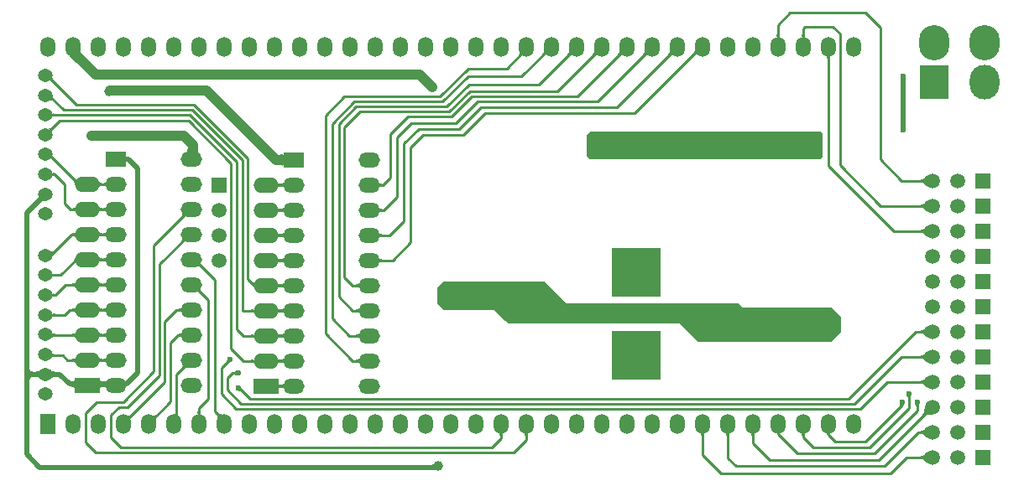
<source format=gbl>
G04 Layer_Physical_Order=2*
G04 Layer_Color=16711680*
%FSLAX44Y44*%
%MOMM*%
G71*
G01*
G75*
%ADD20C,0.5000*%
%ADD21C,1.0000*%
%ADD22C,0.2540*%
%ADD23C,1.5000*%
%ADD24R,1.5000X1.5000*%
%ADD25O,3.0000X3.5000*%
%ADD26R,3.0000X3.5000*%
%ADD27O,3.0480X3.5560*%
%ADD28R,1.5000X1.5000*%
%ADD29R,1.5000X2.0000*%
%ADD30O,1.5000X2.0000*%
%ADD31R,5.0000X5.0000*%
%ADD32R,2.1590X1.5240*%
%ADD33O,2.1590X1.5240*%
%ADD34O,2.5400X1.5240*%
%ADD35R,2.5400X1.5240*%
%ADD36O,1.5000X1.3000*%
%ADD37C,1.0000*%
%ADD38C,0.6000*%
G36*
X-420000Y156000D02*
X-374000D01*
X-320000Y156000D01*
X-247000Y156000D01*
X-242000Y151000D01*
X-152000D01*
X-148000Y147000D01*
X-143000Y142000D01*
Y136000D01*
Y126000D01*
X-145000Y124000D01*
X-152000Y117000D01*
X-287000D01*
X-293000Y123000D01*
X-305000Y135000D01*
X-478000D01*
X-481000Y138000D01*
X-492000Y149000D01*
X-543000D01*
X-544000Y150000D01*
X-550000Y156000D01*
Y160000D01*
Y172000D01*
X-547000Y175000D01*
X-544000Y178000D01*
X-444000D01*
X-442000Y178000D01*
X-420000Y156000D01*
D02*
G37*
G36*
X-937746Y105292D02*
X-937693Y105077D01*
X-937577Y104888D01*
X-937397Y104724D01*
X-937154Y104585D01*
X-936847Y104472D01*
X-936477Y104383D01*
X-936043Y104320D01*
X-935546Y104283D01*
X-934986Y104270D01*
X-935388Y101730D01*
X-935957Y101717D01*
X-936929Y101617D01*
X-937332Y101529D01*
X-937679Y101416D01*
X-937971Y101278D01*
X-938207Y101115D01*
X-938388Y100926D01*
X-938513Y100713D01*
X-938583Y100474D01*
X-937736Y105531D01*
X-937746Y105292D01*
D02*
G37*
G36*
X-705306Y94869D02*
X-705335Y95108D01*
X-705423Y95323D01*
X-705568Y95512D01*
X-705772Y95676D01*
X-706034Y95815D01*
X-706354Y95928D01*
X-706732Y96017D01*
X-707169Y96080D01*
X-707663Y96117D01*
X-708047Y96126D01*
X-708432Y96117D01*
X-708926Y96080D01*
X-709363Y96017D01*
X-709741Y95928D01*
X-710061Y95815D01*
X-710323Y95676D01*
X-710527Y95512D01*
X-710672Y95323D01*
X-710760Y95108D01*
X-710789Y94869D01*
Y99931D01*
X-710760Y99691D01*
X-710672Y99477D01*
X-710527Y99288D01*
X-710323Y99124D01*
X-710061Y98985D01*
X-709741Y98872D01*
X-709363Y98784D01*
X-708926Y98721D01*
X-708432Y98683D01*
X-708047Y98674D01*
X-707663Y98683D01*
X-707169Y98721D01*
X-706732Y98784D01*
X-706354Y98872D01*
X-706034Y98985D01*
X-705772Y99124D01*
X-705568Y99288D01*
X-705423Y99477D01*
X-705335Y99691D01*
X-705306Y99931D01*
Y94869D01*
D02*
G37*
G36*
X-735211Y120269D02*
X-735240Y120508D01*
X-735328Y120723D01*
X-735473Y120912D01*
X-735677Y121076D01*
X-735939Y121215D01*
X-736259Y121328D01*
X-736637Y121417D01*
X-737074Y121480D01*
X-737568Y121517D01*
X-738121Y121530D01*
Y124070D01*
X-737568Y124083D01*
X-737074Y124121D01*
X-736637Y124184D01*
X-736259Y124272D01*
X-735939Y124385D01*
X-735677Y124524D01*
X-735473Y124688D01*
X-735328Y124877D01*
X-735240Y125091D01*
X-735211Y125331D01*
Y120269D01*
D02*
G37*
G36*
X-890787Y125792D02*
X-890697Y125577D01*
X-890549Y125388D01*
X-890343Y125224D01*
X-890079Y125085D01*
X-889757Y124972D01*
X-889377Y124883D01*
X-888939Y124820D01*
X-888443Y124783D01*
X-887889Y124770D01*
X-887869Y122230D01*
X-888421Y122217D01*
X-888914Y122179D01*
X-889349Y122116D01*
X-889725Y122028D01*
X-890043Y121915D01*
X-890303Y121776D01*
X-890505Y121612D01*
X-890648Y121423D01*
X-890732Y121208D01*
X-890758Y120969D01*
X-890819Y126031D01*
X-890787Y125792D01*
D02*
G37*
G36*
X-915242Y120969D02*
X-915268Y121208D01*
X-915352Y121423D01*
X-915495Y121612D01*
X-915697Y121776D01*
X-915956Y121915D01*
X-916275Y122028D01*
X-916651Y122116D01*
X-917086Y122179D01*
X-917579Y122217D01*
X-918131Y122230D01*
X-918111Y124770D01*
X-917557Y124783D01*
X-917061Y124820D01*
X-916623Y124883D01*
X-916243Y124972D01*
X-915921Y125085D01*
X-915657Y125224D01*
X-915451Y125388D01*
X-915303Y125577D01*
X-915213Y125792D01*
X-915181Y126031D01*
X-915242Y120969D01*
D02*
G37*
G36*
X-629106Y120269D02*
X-629135Y120508D01*
X-629223Y120723D01*
X-629368Y120912D01*
X-629572Y121076D01*
X-629834Y121215D01*
X-630154Y121328D01*
X-630532Y121417D01*
X-630969Y121480D01*
X-631463Y121517D01*
X-632016Y121530D01*
Y124070D01*
X-631463Y124083D01*
X-630969Y124121D01*
X-630532Y124184D01*
X-630154Y124272D01*
X-629834Y124385D01*
X-629572Y124524D01*
X-629368Y124688D01*
X-629223Y124877D01*
X-629135Y125091D01*
X-629106Y125331D01*
Y120269D01*
D02*
G37*
G36*
X-759030Y96000D02*
X-759262Y95991D01*
X-759493Y95960D01*
X-759722Y95907D01*
X-759950Y95831D01*
X-760178Y95733D01*
X-760404Y95612D01*
X-760629Y95470D01*
X-760853Y95304D01*
X-761075Y95117D01*
X-761297Y94907D01*
X-763093Y96703D01*
X-762883Y96925D01*
X-762695Y97148D01*
X-762531Y97371D01*
X-762388Y97596D01*
X-762267Y97822D01*
X-762169Y98049D01*
X-762093Y98278D01*
X-762040Y98507D01*
X-762009Y98738D01*
X-762000Y98970D01*
X-759030Y96000D01*
D02*
G37*
G36*
X-629106Y94869D02*
X-629135Y95108D01*
X-629223Y95323D01*
X-629368Y95512D01*
X-629572Y95676D01*
X-629834Y95815D01*
X-630154Y95928D01*
X-630532Y96017D01*
X-630969Y96080D01*
X-631463Y96117D01*
X-632016Y96130D01*
Y98670D01*
X-631463Y98683D01*
X-630969Y98721D01*
X-630532Y98784D01*
X-630154Y98872D01*
X-629834Y98985D01*
X-629572Y99124D01*
X-629368Y99288D01*
X-629223Y99477D01*
X-629135Y99691D01*
X-629106Y99931D01*
Y94869D01*
D02*
G37*
G36*
X-735211D02*
X-735240Y95108D01*
X-735328Y95323D01*
X-735473Y95512D01*
X-735677Y95676D01*
X-735939Y95815D01*
X-736259Y95928D01*
X-736637Y96017D01*
X-737074Y96080D01*
X-737568Y96117D01*
X-738121Y96130D01*
Y98670D01*
X-737568Y98683D01*
X-737074Y98721D01*
X-736637Y98784D01*
X-736259Y98872D01*
X-735939Y98985D01*
X-735677Y99124D01*
X-735473Y99288D01*
X-735328Y99477D01*
X-735240Y99691D01*
X-735211Y99931D01*
Y94869D01*
D02*
G37*
G36*
X-915242Y95569D02*
X-915268Y95808D01*
X-915352Y96023D01*
X-915495Y96212D01*
X-915697Y96376D01*
X-915956Y96515D01*
X-916275Y96628D01*
X-916651Y96716D01*
X-917086Y96779D01*
X-917579Y96817D01*
X-918131Y96830D01*
X-918111Y99370D01*
X-917557Y99383D01*
X-917061Y99420D01*
X-916623Y99483D01*
X-916243Y99572D01*
X-915921Y99685D01*
X-915657Y99824D01*
X-915451Y99988D01*
X-915303Y100177D01*
X-915213Y100392D01*
X-915181Y100631D01*
X-915242Y95569D01*
D02*
G37*
G36*
X-56156Y96350D02*
X-56924Y97106D01*
X-58383Y98380D01*
X-59074Y98897D01*
X-59741Y99335D01*
X-60381Y99693D01*
X-60997Y99972D01*
X-61587Y100171D01*
X-62152Y100290D01*
X-62692Y100330D01*
Y102870D01*
X-62152Y102910D01*
X-61587Y103029D01*
X-60997Y103228D01*
X-60381Y103507D01*
X-59741Y103865D01*
X-59074Y104303D01*
X-58383Y104820D01*
X-56924Y106094D01*
X-56156Y106850D01*
Y96350D01*
D02*
G37*
G36*
X-884276Y95569D02*
X-884308Y95808D01*
X-884398Y96023D01*
X-884546Y96212D01*
X-884752Y96376D01*
X-885016Y96515D01*
X-885338Y96628D01*
X-885718Y96716D01*
X-886156Y96779D01*
X-886652Y96817D01*
X-887206Y96830D01*
X-887226Y99370D01*
X-886674Y99383D01*
X-886181Y99420D01*
X-885746Y99483D01*
X-885370Y99572D01*
X-885051Y99685D01*
X-884792Y99824D01*
X-884590Y99988D01*
X-884447Y100177D01*
X-884363Y100392D01*
X-884337Y100631D01*
X-884276Y95569D01*
D02*
G37*
G36*
X-890787Y100392D02*
X-890697Y100177D01*
X-890549Y99988D01*
X-890343Y99824D01*
X-890079Y99685D01*
X-889757Y99572D01*
X-889377Y99483D01*
X-888939Y99420D01*
X-888443Y99383D01*
X-887889Y99370D01*
X-887869Y96830D01*
X-888421Y96817D01*
X-888914Y96779D01*
X-889349Y96716D01*
X-889725Y96628D01*
X-890043Y96515D01*
X-890303Y96376D01*
X-890505Y96212D01*
X-890648Y96023D01*
X-890732Y95808D01*
X-890758Y95569D01*
X-890819Y100631D01*
X-890787Y100392D01*
D02*
G37*
G36*
Y151192D02*
X-890697Y150977D01*
X-890549Y150788D01*
X-890343Y150624D01*
X-890079Y150485D01*
X-889757Y150372D01*
X-889377Y150283D01*
X-888939Y150220D01*
X-888443Y150183D01*
X-887889Y150170D01*
X-887869Y147630D01*
X-888421Y147617D01*
X-888914Y147579D01*
X-889349Y147516D01*
X-889725Y147428D01*
X-890043Y147315D01*
X-890303Y147176D01*
X-890505Y147012D01*
X-890648Y146823D01*
X-890732Y146608D01*
X-890758Y146369D01*
X-890819Y151431D01*
X-890787Y151192D01*
D02*
G37*
G36*
X-915242Y146369D02*
X-915268Y146608D01*
X-915352Y146823D01*
X-915495Y147012D01*
X-915697Y147176D01*
X-915956Y147315D01*
X-916275Y147428D01*
X-916651Y147516D01*
X-917086Y147579D01*
X-917579Y147617D01*
X-918131Y147630D01*
X-918111Y150170D01*
X-917557Y150183D01*
X-917061Y150220D01*
X-916623Y150283D01*
X-916243Y150372D01*
X-915921Y150485D01*
X-915657Y150624D01*
X-915451Y150788D01*
X-915303Y150977D01*
X-915213Y151192D01*
X-915181Y151431D01*
X-915242Y146369D01*
D02*
G37*
G36*
X-629106Y145669D02*
X-629135Y145908D01*
X-629223Y146123D01*
X-629368Y146312D01*
X-629572Y146476D01*
X-629834Y146615D01*
X-630154Y146728D01*
X-630532Y146817D01*
X-630969Y146880D01*
X-631463Y146917D01*
X-632016Y146930D01*
Y149470D01*
X-631463Y149483D01*
X-630969Y149521D01*
X-630532Y149584D01*
X-630154Y149672D01*
X-629834Y149785D01*
X-629572Y149924D01*
X-629368Y150088D01*
X-629223Y150277D01*
X-629135Y150492D01*
X-629106Y150731D01*
Y145669D01*
D02*
G37*
G36*
X-884276Y146369D02*
X-884308Y146608D01*
X-884398Y146823D01*
X-884546Y147012D01*
X-884752Y147176D01*
X-885016Y147315D01*
X-885338Y147428D01*
X-885718Y147516D01*
X-886156Y147579D01*
X-886652Y147617D01*
X-887206Y147630D01*
X-887226Y150170D01*
X-886674Y150183D01*
X-886181Y150220D01*
X-885746Y150283D01*
X-885370Y150372D01*
X-885051Y150485D01*
X-884792Y150624D01*
X-884590Y150788D01*
X-884447Y150977D01*
X-884363Y151192D01*
X-884337Y151431D01*
X-884276Y146369D01*
D02*
G37*
G36*
X-937998Y166254D02*
X-937909Y166047D01*
X-937762Y165864D01*
X-937556Y165706D01*
X-937291Y165572D01*
X-936968Y165463D01*
X-936585Y165378D01*
X-936144Y165317D01*
X-935643Y165280D01*
X-935084Y165268D01*
Y162732D01*
X-935643Y162720D01*
X-936585Y162622D01*
X-936968Y162537D01*
X-937291Y162428D01*
X-937556Y162294D01*
X-937762Y162136D01*
X-937909Y161953D01*
X-937998Y161746D01*
X-938027Y161515D01*
Y166485D01*
X-937998Y166254D01*
D02*
G37*
G36*
X-705306Y145669D02*
X-705335Y145908D01*
X-705423Y146123D01*
X-705568Y146312D01*
X-705772Y146476D01*
X-706034Y146615D01*
X-706354Y146728D01*
X-706732Y146817D01*
X-707169Y146880D01*
X-707663Y146917D01*
X-708047Y146926D01*
X-708432Y146917D01*
X-708926Y146880D01*
X-709363Y146817D01*
X-709741Y146728D01*
X-710061Y146615D01*
X-710323Y146476D01*
X-710527Y146312D01*
X-710672Y146123D01*
X-710760Y145908D01*
X-710789Y145669D01*
Y150731D01*
X-710760Y150492D01*
X-710672Y150277D01*
X-710527Y150088D01*
X-710323Y149924D01*
X-710061Y149785D01*
X-709741Y149672D01*
X-709363Y149584D01*
X-708926Y149521D01*
X-708432Y149483D01*
X-708047Y149474D01*
X-707663Y149483D01*
X-707169Y149521D01*
X-706732Y149584D01*
X-706354Y149672D01*
X-706034Y149785D01*
X-705772Y149924D01*
X-705568Y150088D01*
X-705423Y150277D01*
X-705335Y150492D01*
X-705306Y150731D01*
Y145669D01*
D02*
G37*
G36*
X-808076Y146369D02*
X-808108Y146608D01*
X-808198Y146823D01*
X-808346Y147012D01*
X-808552Y147176D01*
X-808816Y147315D01*
X-809138Y147428D01*
X-809518Y147516D01*
X-809956Y147579D01*
X-810452Y147617D01*
X-811006Y147630D01*
X-811026Y150170D01*
X-810474Y150183D01*
X-809981Y150220D01*
X-809546Y150283D01*
X-809170Y150372D01*
X-808851Y150485D01*
X-808592Y150624D01*
X-808390Y150788D01*
X-808248Y150977D01*
X-808163Y151192D01*
X-808137Y151431D01*
X-808076Y146369D01*
D02*
G37*
G36*
X-937878Y125792D02*
X-937807Y125577D01*
X-937676Y125388D01*
X-937482Y125224D01*
X-937228Y125085D01*
X-936912Y124972D01*
X-936535Y124883D01*
X-936096Y124820D01*
X-935596Y124783D01*
X-935035Y124770D01*
X-935236Y122230D01*
X-935802Y122217D01*
X-936762Y122117D01*
X-937156Y122029D01*
X-937493Y121916D01*
X-937772Y121778D01*
X-937994Y121615D01*
X-938159Y121426D01*
X-938266Y121213D01*
X-938316Y120974D01*
X-937887Y126031D01*
X-937878Y125792D01*
D02*
G37*
G36*
X-808076Y120969D02*
X-808108Y121208D01*
X-808198Y121423D01*
X-808346Y121612D01*
X-808552Y121776D01*
X-808816Y121915D01*
X-809138Y122028D01*
X-809518Y122116D01*
X-809956Y122179D01*
X-810452Y122217D01*
X-811006Y122230D01*
X-811026Y124770D01*
X-810474Y124783D01*
X-809981Y124820D01*
X-809546Y124883D01*
X-809170Y124972D01*
X-808851Y125085D01*
X-808592Y125224D01*
X-808390Y125388D01*
X-808248Y125577D01*
X-808163Y125792D01*
X-808137Y126031D01*
X-808076Y120969D01*
D02*
G37*
G36*
X-884276D02*
X-884308Y121208D01*
X-884398Y121423D01*
X-884546Y121612D01*
X-884752Y121776D01*
X-885016Y121915D01*
X-885338Y122028D01*
X-885718Y122116D01*
X-886156Y122179D01*
X-886652Y122217D01*
X-887206Y122230D01*
X-887226Y124770D01*
X-886674Y124783D01*
X-886181Y124820D01*
X-885746Y124883D01*
X-885370Y124972D01*
X-885051Y125085D01*
X-884792Y125224D01*
X-884590Y125388D01*
X-884447Y125577D01*
X-884363Y125792D01*
X-884337Y126031D01*
X-884276Y120969D01*
D02*
G37*
G36*
X-56156Y121750D02*
X-56924Y122506D01*
X-58383Y123780D01*
X-59074Y124297D01*
X-59741Y124735D01*
X-60381Y125093D01*
X-60997Y125372D01*
X-61587Y125571D01*
X-62152Y125690D01*
X-62692Y125730D01*
Y128270D01*
X-62152Y128310D01*
X-61587Y128429D01*
X-60997Y128628D01*
X-60381Y128907D01*
X-59741Y129265D01*
X-59074Y129703D01*
X-58383Y130220D01*
X-56924Y131494D01*
X-56156Y132250D01*
Y121750D01*
D02*
G37*
G36*
X-735211Y145669D02*
X-735240Y145908D01*
X-735328Y146123D01*
X-735473Y146312D01*
X-735677Y146476D01*
X-735939Y146615D01*
X-736259Y146728D01*
X-736637Y146817D01*
X-737074Y146880D01*
X-737568Y146917D01*
X-738121Y146930D01*
Y149470D01*
X-737568Y149483D01*
X-737074Y149521D01*
X-736637Y149584D01*
X-736259Y149672D01*
X-735939Y149785D01*
X-735677Y149924D01*
X-735473Y150088D01*
X-735328Y150277D01*
X-735240Y150492D01*
X-735211Y150731D01*
Y145669D01*
D02*
G37*
G36*
X-938019Y146287D02*
X-937930Y146073D01*
X-937782Y145884D01*
X-937574Y145721D01*
X-937308Y145583D01*
X-936982Y145469D01*
X-936596Y145381D01*
X-936151Y145318D01*
X-935647Y145281D01*
X-935084Y145268D01*
Y142732D01*
X-935647Y142719D01*
X-936151Y142682D01*
X-936596Y142619D01*
X-936982Y142531D01*
X-937308Y142417D01*
X-937574Y142279D01*
X-937782Y142116D01*
X-937930Y141927D01*
X-938019Y141713D01*
X-938049Y141474D01*
Y146526D01*
X-938019Y146287D01*
D02*
G37*
G36*
X-705306Y120269D02*
X-705335Y120508D01*
X-705423Y120723D01*
X-705568Y120912D01*
X-705772Y121076D01*
X-706034Y121215D01*
X-706354Y121328D01*
X-706732Y121417D01*
X-707169Y121480D01*
X-707663Y121517D01*
X-708047Y121526D01*
X-708432Y121517D01*
X-708926Y121480D01*
X-709363Y121417D01*
X-709741Y121328D01*
X-710061Y121215D01*
X-710323Y121076D01*
X-710527Y120912D01*
X-710672Y120723D01*
X-710760Y120508D01*
X-710789Y120269D01*
Y125331D01*
X-710760Y125091D01*
X-710672Y124877D01*
X-710527Y124688D01*
X-710323Y124524D01*
X-710061Y124385D01*
X-709741Y124272D01*
X-709363Y124184D01*
X-708926Y124121D01*
X-708432Y124083D01*
X-708047Y124074D01*
X-707663Y124083D01*
X-707169Y124121D01*
X-706732Y124184D01*
X-706354Y124272D01*
X-706034Y124385D01*
X-705772Y124524D01*
X-705568Y124688D01*
X-705423Y124877D01*
X-705335Y125091D01*
X-705306Y125331D01*
Y120269D01*
D02*
G37*
G36*
X-154232Y24146D02*
X-154252Y24100D01*
X-154270Y24021D01*
X-154286Y23912D01*
X-154311Y23600D01*
X-154330Y22600D01*
X-156870D01*
X-156871Y22897D01*
X-156948Y24100D01*
X-156968Y24146D01*
X-156991Y24162D01*
X-154209D01*
X-154232Y24146D01*
D02*
G37*
G36*
X-178708Y24465D02*
X-178923Y24377D01*
X-179112Y24232D01*
X-179276Y24028D01*
X-179415Y23765D01*
X-179528Y23445D01*
X-179617Y23066D01*
X-179680Y22629D01*
X-179717Y22133D01*
X-179730Y21579D01*
X-182270D01*
X-182283Y22133D01*
X-182320Y22629D01*
X-182383Y23066D01*
X-182472Y23445D01*
X-182585Y23765D01*
X-182724Y24028D01*
X-182888Y24232D01*
X-183077Y24377D01*
X-183291Y24465D01*
X-183531Y24494D01*
X-178469D01*
X-178708Y24465D01*
D02*
G37*
G36*
X-229508D02*
X-229723Y24377D01*
X-229912Y24232D01*
X-230076Y24028D01*
X-230215Y23765D01*
X-230328Y23445D01*
X-230417Y23066D01*
X-230480Y22629D01*
X-230517Y22133D01*
X-230530Y21579D01*
X-233070D01*
X-233083Y22133D01*
X-233120Y22629D01*
X-233183Y23066D01*
X-233272Y23445D01*
X-233385Y23765D01*
X-233524Y24028D01*
X-233688Y24232D01*
X-233877Y24377D01*
X-234091Y24465D01*
X-234331Y24494D01*
X-229269D01*
X-229508Y24465D01*
D02*
G37*
G36*
X-770489Y44303D02*
X-770111Y43978D01*
X-769755Y43711D01*
X-769422Y43502D01*
X-769111Y43351D01*
X-768822Y43257D01*
X-768555Y43221D01*
X-768310Y43243D01*
X-768087Y43322D01*
X-767887Y43459D01*
X-771700Y40120D01*
X-771540Y40299D01*
X-771440Y40502D01*
X-771399Y40729D01*
X-771419Y40981D01*
X-771499Y41257D01*
X-771639Y41557D01*
X-771838Y41882D01*
X-772098Y42231D01*
X-772418Y42604D01*
X-772797Y43001D01*
X-770889Y44685D01*
X-770489Y44303D01*
D02*
G37*
G36*
X-51158Y43309D02*
X-52217Y43339D01*
X-54122Y43270D01*
X-54968Y43171D01*
X-55742Y43028D01*
X-56444Y42842D01*
X-57076Y42612D01*
X-57635Y42339D01*
X-58124Y42023D01*
X-58541Y41663D01*
X-60268Y43528D01*
X-59922Y43929D01*
X-59609Y44407D01*
X-59329Y44963D01*
X-59082Y45595D01*
X-58868Y46305D01*
X-58688Y47091D01*
X-58541Y47955D01*
X-58345Y49913D01*
X-58297Y51008D01*
X-51158Y43309D01*
D02*
G37*
G36*
X-858062Y41142D02*
X-858452Y40734D01*
X-859066Y39978D01*
X-859290Y39630D01*
X-859458Y39302D01*
X-859572Y38993D01*
X-859629Y38705D01*
X-859631Y38436D01*
X-859578Y38188D01*
X-859469Y37959D01*
X-862222Y42366D01*
X-862070Y42177D01*
X-861891Y42052D01*
X-861685Y41989D01*
X-861451Y41990D01*
X-861189Y42055D01*
X-860900Y42182D01*
X-860584Y42373D01*
X-860240Y42628D01*
X-859868Y42946D01*
X-859470Y43327D01*
X-858062Y41142D01*
D02*
G37*
G36*
X-832615Y40989D02*
X-833007Y40580D01*
X-833624Y39821D01*
X-833850Y39471D01*
X-834021Y39141D01*
X-834137Y38830D01*
X-834199Y38539D01*
X-834204Y38268D01*
X-834156Y38016D01*
X-834051Y37784D01*
X-836712Y42276D01*
X-836565Y42083D01*
X-836389Y41954D01*
X-836186Y41888D01*
X-835955Y41886D01*
X-835695Y41948D01*
X-835408Y42074D01*
X-835093Y42264D01*
X-834750Y42518D01*
X-834379Y42835D01*
X-833979Y43217D01*
X-832615Y40989D01*
D02*
G37*
G36*
X-56156Y20150D02*
X-56924Y20906D01*
X-58383Y22180D01*
X-59074Y22697D01*
X-59741Y23135D01*
X-60381Y23493D01*
X-60997Y23772D01*
X-61587Y23971D01*
X-62152Y24090D01*
X-62692Y24130D01*
Y26670D01*
X-62152Y26710D01*
X-61587Y26829D01*
X-60997Y27028D01*
X-60381Y27307D01*
X-59741Y27665D01*
X-59074Y28103D01*
X-58383Y28620D01*
X-56924Y29894D01*
X-56156Y30650D01*
Y20150D01*
D02*
G37*
G36*
Y-5250D02*
X-56924Y-4494D01*
X-58383Y-3220D01*
X-59074Y-2703D01*
X-59741Y-2265D01*
X-60381Y-1907D01*
X-60997Y-1628D01*
X-61587Y-1429D01*
X-62152Y-1310D01*
X-62692Y-1270D01*
Y1270D01*
X-62152Y1310D01*
X-61587Y1429D01*
X-60997Y1628D01*
X-60381Y1907D01*
X-59741Y2265D01*
X-59074Y2703D01*
X-58383Y3220D01*
X-56924Y4494D01*
X-56156Y5250D01*
Y-5250D01*
D02*
G37*
G36*
X-551799Y-13143D02*
X-552008Y-13021D01*
X-552254Y-12912D01*
X-552538Y-12815D01*
X-552859Y-12732D01*
X-553218Y-12661D01*
X-554047Y-12558D01*
X-554518Y-12526D01*
X-555571Y-12500D01*
X-556770Y-7500D01*
X-556233Y-7488D01*
X-555279Y-7391D01*
X-554861Y-7306D01*
X-554484Y-7196D01*
X-554147Y-7063D01*
X-553850Y-6905D01*
X-553593Y-6722D01*
X-553376Y-6516D01*
X-553199Y-6285D01*
X-551799Y-13143D01*
D02*
G37*
G36*
X-483508Y24465D02*
X-483723Y24377D01*
X-483912Y24232D01*
X-484076Y24028D01*
X-484215Y23765D01*
X-484328Y23445D01*
X-484417Y23066D01*
X-484479Y22629D01*
X-484517Y22133D01*
X-484530Y21579D01*
X-487070D01*
X-487083Y22133D01*
X-487120Y22629D01*
X-487183Y23066D01*
X-487272Y23445D01*
X-487385Y23765D01*
X-487524Y24028D01*
X-487688Y24232D01*
X-487877Y24377D01*
X-488092Y24465D01*
X-488331Y24494D01*
X-483269D01*
X-483508Y24465D01*
D02*
G37*
G36*
X-254909D02*
X-255123Y24377D01*
X-255312Y24232D01*
X-255476Y24028D01*
X-255615Y23765D01*
X-255728Y23445D01*
X-255816Y23066D01*
X-255879Y22629D01*
X-255917Y22133D01*
X-255930Y21579D01*
X-258470D01*
X-258483Y22133D01*
X-258520Y22629D01*
X-258584Y23066D01*
X-258672Y23445D01*
X-258785Y23765D01*
X-258924Y24028D01*
X-259088Y24232D01*
X-259277Y24377D01*
X-259492Y24465D01*
X-259731Y24494D01*
X-254669D01*
X-254909Y24465D01*
D02*
G37*
G36*
X-280308D02*
X-280523Y24377D01*
X-280712Y24232D01*
X-280876Y24028D01*
X-281015Y23765D01*
X-281128Y23445D01*
X-281217Y23066D01*
X-281280Y22629D01*
X-281317Y22133D01*
X-281330Y21579D01*
X-283870D01*
X-283883Y22133D01*
X-283920Y22629D01*
X-283983Y23066D01*
X-284072Y23445D01*
X-284185Y23765D01*
X-284324Y24028D01*
X-284488Y24232D01*
X-284677Y24377D01*
X-284891Y24465D01*
X-285131Y24494D01*
X-280069D01*
X-280308Y24465D01*
D02*
G37*
G36*
X-458108D02*
X-458323Y24377D01*
X-458512Y24232D01*
X-458676Y24028D01*
X-458815Y23765D01*
X-458928Y23445D01*
X-459016Y23066D01*
X-459080Y22629D01*
X-459117Y22133D01*
X-459130Y21579D01*
X-461670D01*
X-461683Y22133D01*
X-461720Y22629D01*
X-461783Y23066D01*
X-461872Y23445D01*
X-461985Y23765D01*
X-462124Y24028D01*
X-462288Y24232D01*
X-462477Y24377D01*
X-462691Y24465D01*
X-462931Y24494D01*
X-457869D01*
X-458108Y24465D01*
D02*
G37*
G36*
X-56156Y70950D02*
X-56924Y71706D01*
X-58383Y72980D01*
X-59074Y73497D01*
X-59741Y73935D01*
X-60381Y74293D01*
X-60997Y74572D01*
X-61587Y74771D01*
X-62152Y74890D01*
X-62692Y74930D01*
Y77470D01*
X-62152Y77510D01*
X-61587Y77629D01*
X-60997Y77828D01*
X-60381Y78107D01*
X-59741Y78465D01*
X-59074Y78903D01*
X-58383Y79420D01*
X-56924Y80694D01*
X-56156Y81450D01*
Y70950D01*
D02*
G37*
G36*
X-710335Y74299D02*
X-710258Y74083D01*
X-710130Y73892D01*
X-709950Y73727D01*
X-709718Y73587D01*
X-709436Y73473D01*
X-709101Y73384D01*
X-708716Y73321D01*
X-708279Y73283D01*
X-707990Y73275D01*
X-707663Y73283D01*
X-707169Y73320D01*
X-706732Y73383D01*
X-706354Y73472D01*
X-706034Y73585D01*
X-705772Y73724D01*
X-705568Y73888D01*
X-705423Y74077D01*
X-705335Y74292D01*
X-705306Y74531D01*
Y69469D01*
X-705335Y69708D01*
X-705423Y69923D01*
X-705568Y70112D01*
X-705772Y70276D01*
X-706034Y70415D01*
X-706354Y70528D01*
X-706732Y70616D01*
X-707169Y70680D01*
X-707663Y70717D01*
X-707990Y70725D01*
X-708279Y70717D01*
X-708716Y70679D01*
X-709101Y70616D01*
X-709436Y70527D01*
X-709718Y70413D01*
X-709950Y70273D01*
X-710130Y70108D01*
X-710258Y69917D01*
X-710335Y69701D01*
X-710361Y69460D01*
Y74540D01*
X-710335Y74299D01*
D02*
G37*
G36*
X-890311Y78525D02*
X-890160Y78100D01*
X-889908Y77725D01*
X-889556Y77400D01*
X-889103Y77125D01*
X-888550Y76900D01*
X-887896Y76725D01*
X-887141Y76600D01*
X-886914Y76580D01*
X-885337Y76723D01*
X-884428Y76896D01*
X-883642Y77119D01*
X-882980Y77392D01*
X-882441Y77713D01*
X-882026Y78085D01*
X-881733Y78506D01*
X-881564Y78976D01*
X-883723Y69014D01*
X-883685Y69487D01*
X-883788Y69909D01*
X-884032Y70282D01*
X-884416Y70605D01*
X-884941Y70879D01*
X-885606Y71102D01*
X-886412Y71276D01*
X-887235Y71384D01*
X-887896Y71275D01*
X-888550Y71100D01*
X-889103Y70875D01*
X-889556Y70600D01*
X-889908Y70275D01*
X-890160Y69900D01*
X-890311Y69475D01*
X-890361Y69000D01*
Y79000D01*
X-890311Y78525D01*
D02*
G37*
G36*
X-939845Y88506D02*
X-939637Y88085D01*
X-939292Y87713D01*
X-938808Y87392D01*
X-938186Y87119D01*
X-937425Y86896D01*
X-936526Y86723D01*
X-935489Y86599D01*
X-934314Y86525D01*
X-933001Y86500D01*
Y81500D01*
X-934314Y81475D01*
X-936526Y81277D01*
X-937425Y81104D01*
X-938186Y80881D01*
X-938808Y80609D01*
X-939292Y80287D01*
X-939637Y79915D01*
X-939845Y79494D01*
X-939914Y79024D01*
Y88976D01*
X-939845Y88506D01*
D02*
G37*
G36*
X-961450Y90550D02*
X-961300Y89700D01*
X-961050Y88950D01*
X-960700Y88300D01*
X-960250Y87750D01*
X-959700Y87300D01*
X-959050Y86950D01*
X-958300Y86700D01*
X-957450Y86550D01*
X-956632Y86507D01*
X-955686Y86525D01*
X-953474Y86723D01*
X-952575Y86896D01*
X-951814Y87119D01*
X-951192Y87392D01*
X-950708Y87713D01*
X-950363Y88085D01*
X-950155Y88506D01*
X-950086Y88976D01*
Y79024D01*
X-950155Y79494D01*
X-950363Y79915D01*
X-950708Y80287D01*
X-951192Y80609D01*
X-951814Y80881D01*
X-952575Y81104D01*
X-953474Y81277D01*
X-954511Y81401D01*
X-955686Y81475D01*
X-956631Y81493D01*
X-957450Y81450D01*
X-958300Y81300D01*
X-959050Y81050D01*
X-959700Y80700D01*
X-960250Y80250D01*
X-960332Y80150D01*
X-960700Y79700D01*
X-960889Y79350D01*
X-961050Y79050D01*
X-961217Y78550D01*
X-961300Y78300D01*
X-961450Y77450D01*
X-961500Y76500D01*
X-961500Y76500D01*
D01*
X-966500Y84000D01*
Y89000D01*
X-961500Y91500D01*
Y91500D01*
X-961500Y91500D01*
X-961450Y90550D01*
D02*
G37*
G36*
X-802626Y90802D02*
X-802852Y90913D01*
X-803099Y90969D01*
X-803365Y90969D01*
X-803651Y90913D01*
X-803958Y90802D01*
X-804284Y90635D01*
X-804631Y90413D01*
X-804998Y90135D01*
X-805384Y89802D01*
X-805791Y89413D01*
X-807955Y90841D01*
X-807574Y91240D01*
X-807256Y91611D01*
X-807001Y91956D01*
X-806810Y92273D01*
X-806681Y92563D01*
X-806615Y92826D01*
X-806612Y93062D01*
X-806673Y93270D01*
X-806796Y93451D01*
X-806983Y93605D01*
X-802626Y90802D01*
D02*
G37*
G36*
X-753142Y82900D02*
X-753313Y83058D01*
X-753498Y83199D01*
X-753698Y83323D01*
X-753913Y83431D01*
X-754143Y83523D01*
X-754388Y83597D01*
X-754648Y83655D01*
X-754923Y83697D01*
X-755213Y83722D01*
X-755518Y83730D01*
Y86270D01*
X-755213Y86278D01*
X-754923Y86303D01*
X-754648Y86345D01*
X-754388Y86403D01*
X-754143Y86477D01*
X-753913Y86569D01*
X-753698Y86677D01*
X-753498Y86801D01*
X-753313Y86942D01*
X-753142Y87100D01*
Y82900D01*
D02*
G37*
G36*
X-79226Y53581D02*
X-81375Y50829D01*
X-83705Y52091D01*
X-83484Y52323D01*
X-83300Y52543D01*
X-83150Y52751D01*
X-83036Y52946D01*
X-82958Y53128D01*
X-82915Y53299D01*
X-82908Y53457D01*
X-82936Y53603D01*
X-83000Y53736D01*
X-83100Y53858D01*
X-79226Y53581D01*
D02*
G37*
G36*
X-811730Y45199D02*
X-811718Y44604D01*
X-811618Y43566D01*
X-811531Y43121D01*
X-811418Y42727D01*
X-811281Y42382D01*
X-811119Y42088D01*
X-810932Y41844D01*
X-810720Y41649D01*
X-810484Y41505D01*
X-815543Y43930D01*
X-815301Y43844D01*
X-815085Y43830D01*
X-814894Y43889D01*
X-814728Y44020D01*
X-814588Y44223D01*
X-814474Y44498D01*
X-814385Y44845D01*
X-814321Y45265D01*
X-814283Y45757D01*
X-814270Y46321D01*
X-811730Y45199D01*
D02*
G37*
G36*
X-789317Y45867D02*
X-789279Y45371D01*
X-789217Y44934D01*
X-789128Y44555D01*
X-789015Y44235D01*
X-788876Y43972D01*
X-788712Y43768D01*
X-788523Y43623D01*
X-788308Y43535D01*
X-788069Y43506D01*
X-793131D01*
X-792891Y43535D01*
X-792677Y43623D01*
X-792488Y43768D01*
X-792324Y43972D01*
X-792185Y44235D01*
X-792072Y44555D01*
X-791983Y44934D01*
X-791920Y45371D01*
X-791883Y45867D01*
X-791870Y46421D01*
X-789330D01*
X-789317Y45867D01*
D02*
G37*
G36*
X-64058Y53687D02*
X-64199Y53502D01*
X-64323Y53302D01*
X-64431Y53087D01*
X-64523Y52857D01*
X-64597Y52612D01*
X-64655Y52352D01*
X-64697Y52077D01*
X-64722Y51787D01*
X-64730Y51482D01*
X-67270D01*
X-67278Y51787D01*
X-67303Y52077D01*
X-67345Y52352D01*
X-67403Y52612D01*
X-67477Y52857D01*
X-67569Y53087D01*
X-67677Y53302D01*
X-67801Y53502D01*
X-67942Y53687D01*
X-68100Y53858D01*
X-63900D01*
X-64058Y53687D01*
D02*
G37*
G36*
X-915639Y69000D02*
X-915689Y69475D01*
X-915840Y69900D01*
X-916092Y70275D01*
X-916444Y70600D01*
X-916897Y70875D01*
X-917450Y71100D01*
X-918104Y71275D01*
X-918858Y71400D01*
X-919714Y71475D01*
X-920669Y71500D01*
Y76500D01*
X-919714Y76525D01*
X-918858Y76600D01*
X-918104Y76725D01*
X-917450Y76900D01*
X-916897Y77125D01*
X-916444Y77400D01*
X-916092Y77725D01*
X-915840Y78100D01*
X-915689Y78525D01*
X-915639Y79000D01*
Y69000D01*
D02*
G37*
G36*
X-748020Y70468D02*
X-747946Y70257D01*
X-747855Y70045D01*
X-747746Y69832D01*
X-747620Y69617D01*
X-747477Y69402D01*
X-747140Y68968D01*
X-746945Y68749D01*
X-746734Y68530D01*
X-748042Y66245D01*
X-748266Y66456D01*
X-748490Y66639D01*
X-748714Y66794D01*
X-748937Y66920D01*
X-749159Y67019D01*
X-749381Y67090D01*
X-749603Y67132D01*
X-749824Y67147D01*
X-750044Y67133D01*
X-750264Y67092D01*
X-748078Y70678D01*
X-748020Y70468D01*
D02*
G37*
G36*
X-72058Y61687D02*
X-72199Y61502D01*
X-72323Y61302D01*
X-72431Y61087D01*
X-72523Y60857D01*
X-72597Y60612D01*
X-72655Y60352D01*
X-72697Y60077D01*
X-72722Y59787D01*
X-72730Y59482D01*
X-75270D01*
X-75278Y59787D01*
X-75303Y60077D01*
X-75345Y60352D01*
X-75403Y60612D01*
X-75477Y60857D01*
X-75569Y61087D01*
X-75677Y61302D01*
X-75801Y61502D01*
X-75942Y61687D01*
X-76100Y61858D01*
X-71900D01*
X-72058Y61687D01*
D02*
G37*
G36*
X-788617Y169865D02*
X-788735Y169678D01*
X-788791Y169465D01*
X-788783Y169225D01*
X-788714Y168958D01*
X-788581Y168664D01*
X-788387Y168344D01*
X-788129Y167997D01*
X-787809Y167623D01*
X-787427Y167223D01*
X-789548Y165752D01*
X-789952Y166138D01*
X-790698Y166742D01*
X-791040Y166960D01*
X-791363Y167122D01*
X-791664Y167229D01*
X-791945Y167279D01*
X-792206Y167274D01*
X-792447Y167212D01*
X-792667Y167095D01*
X-788437Y170025D01*
X-788617Y169865D01*
D02*
G37*
G36*
X-937716Y304944D02*
X-937764Y304692D01*
X-937757Y304420D01*
X-937693Y304126D01*
X-937574Y303812D01*
X-937398Y303477D01*
X-937166Y303121D01*
X-936878Y302745D01*
X-936534Y302347D01*
X-936133Y301929D01*
X-937515Y299719D01*
X-937923Y300109D01*
X-938301Y300434D01*
X-938651Y300694D01*
X-938973Y300890D01*
X-939265Y301021D01*
X-939529Y301088D01*
X-939764Y301090D01*
X-939970Y301028D01*
X-940148Y300901D01*
X-940297Y300709D01*
X-937611Y305176D01*
X-937716Y304944D01*
D02*
G37*
G36*
X-705734Y293764D02*
X-705803Y294113D01*
X-706009Y294425D01*
X-706352Y294701D01*
X-706833Y294939D01*
X-707450Y295141D01*
X-708206Y295306D01*
X-709098Y295435D01*
X-710128Y295527D01*
X-712600Y295600D01*
Y305600D01*
X-711295Y305618D01*
X-709098Y305765D01*
X-708206Y305894D01*
X-707450Y306059D01*
X-706833Y306261D01*
X-706352Y306499D01*
X-706009Y306775D01*
X-705803Y307087D01*
X-705734Y307435D01*
Y293764D01*
D02*
G37*
G36*
X-937706Y287448D02*
X-937654Y287410D01*
X-937568Y287377D01*
X-937448Y287348D01*
X-937292Y287324D01*
X-936879Y287288D01*
X-936327Y287271D01*
X-936000Y287268D01*
Y284732D01*
X-936327Y284730D01*
X-937448Y284652D01*
X-937568Y284623D01*
X-937654Y284590D01*
X-937706Y284552D01*
X-937723Y284510D01*
Y287490D01*
X-937706Y287448D01*
D02*
G37*
G36*
X-161000Y327000D02*
Y318000D01*
Y304000D01*
X-164000Y301000D01*
X-396000D01*
X-399000Y304000D01*
Y315000D01*
Y326000D01*
X-396000Y329000D01*
X-163000D01*
X-161000Y327000D01*
D02*
G37*
G36*
X-938019Y348287D02*
X-937930Y348073D01*
X-937782Y347884D01*
X-937574Y347721D01*
X-937308Y347583D01*
X-936982Y347469D01*
X-936596Y347381D01*
X-936151Y347319D01*
X-935647Y347281D01*
X-935084Y347268D01*
Y344732D01*
X-935647Y344719D01*
X-936151Y344682D01*
X-936596Y344619D01*
X-936982Y344531D01*
X-937308Y344417D01*
X-937574Y344279D01*
X-937782Y344116D01*
X-937930Y343927D01*
X-938019Y343713D01*
X-938049Y343474D01*
Y348526D01*
X-938019Y348287D01*
D02*
G37*
G36*
X-937248Y331956D02*
X-937636Y331550D01*
X-937962Y331171D01*
X-938226Y330817D01*
X-938428Y330490D01*
X-938569Y330189D01*
X-938647Y329915D01*
X-938664Y329666D01*
X-938619Y329443D01*
X-938512Y329247D01*
X-938344Y329077D01*
X-942345Y332227D01*
X-942135Y332099D01*
X-941903Y332029D01*
X-941649Y332017D01*
X-941372Y332063D01*
X-941073Y332167D01*
X-940752Y332328D01*
X-940409Y332547D01*
X-940043Y332824D01*
X-939656Y333158D01*
X-939246Y333550D01*
X-937248Y331956D01*
D02*
G37*
G36*
X-791630Y314109D02*
X-791390Y310451D01*
X-791246Y309549D01*
X-791070Y308806D01*
X-790862Y308221D01*
X-790622Y307796D01*
X-790350Y307529D01*
X-790046Y307421D01*
X-803257Y308607D01*
X-802951Y308651D01*
X-802677Y308842D01*
X-802435Y309180D01*
X-802226Y309664D01*
X-802049Y310294D01*
X-801904Y311072D01*
X-801791Y311995D01*
X-801662Y314282D01*
X-801646Y315646D01*
X-791646D01*
X-791630Y314109D01*
D02*
G37*
G36*
X-890760Y278092D02*
X-890672Y277877D01*
X-890527Y277688D01*
X-890323Y277524D01*
X-890061Y277385D01*
X-889741Y277272D01*
X-889363Y277183D01*
X-888926Y277120D01*
X-888432Y277083D01*
X-887879Y277070D01*
Y274530D01*
X-888432Y274517D01*
X-888926Y274480D01*
X-889363Y274417D01*
X-889741Y274328D01*
X-890061Y274215D01*
X-890323Y274076D01*
X-890527Y273912D01*
X-890672Y273723D01*
X-890760Y273508D01*
X-890789Y273269D01*
Y278331D01*
X-890760Y278092D01*
D02*
G37*
G36*
X-608465Y277491D02*
X-608377Y277277D01*
X-608232Y277088D01*
X-608028Y276924D01*
X-607766Y276785D01*
X-607446Y276672D01*
X-607068Y276583D01*
X-606631Y276521D01*
X-606137Y276483D01*
X-605584Y276470D01*
Y273930D01*
X-606137Y273917D01*
X-606631Y273880D01*
X-607068Y273817D01*
X-607446Y273728D01*
X-607766Y273615D01*
X-608028Y273476D01*
X-608232Y273312D01*
X-608377Y273123D01*
X-608465Y272908D01*
X-608494Y272669D01*
Y277731D01*
X-608465Y277491D01*
D02*
G37*
G36*
X-944430Y259530D02*
X-944856Y259769D01*
X-945340Y259882D01*
X-945879Y259868D01*
X-946476Y259727D01*
X-947129Y259459D01*
X-947838Y259065D01*
X-948605Y258545D01*
X-949427Y257897D01*
X-950307Y257123D01*
X-951243Y256222D01*
X-955199Y259336D01*
X-954315Y260256D01*
X-952951Y261901D01*
X-952471Y262626D01*
X-952127Y263286D01*
X-951918Y263881D01*
X-951844Y264411D01*
X-951905Y264876D01*
X-952101Y265276D01*
X-952432Y265612D01*
X-944430Y259530D01*
D02*
G37*
G36*
X-884246Y273269D02*
X-884281Y273508D01*
X-884373Y273723D01*
X-884524Y273912D01*
X-884732Y274076D01*
X-884998Y274215D01*
X-885322Y274328D01*
X-885704Y274417D01*
X-886144Y274480D01*
X-886641Y274517D01*
X-887197Y274530D01*
X-887236Y277070D01*
X-886685Y277083D01*
X-886193Y277120D01*
X-885760Y277183D01*
X-885385Y277272D01*
X-885069Y277385D01*
X-884811Y277524D01*
X-884613Y277688D01*
X-884472Y277877D01*
X-884390Y278092D01*
X-884367Y278331D01*
X-884246Y273269D01*
D02*
G37*
G36*
X-705306Y272669D02*
X-705335Y272908D01*
X-705423Y273123D01*
X-705568Y273312D01*
X-705772Y273476D01*
X-706034Y273615D01*
X-706354Y273728D01*
X-706732Y273817D01*
X-707169Y273880D01*
X-707663Y273917D01*
X-708047Y273926D01*
X-708432Y273917D01*
X-708926Y273880D01*
X-709363Y273817D01*
X-709741Y273728D01*
X-710061Y273615D01*
X-710323Y273476D01*
X-710527Y273312D01*
X-710672Y273123D01*
X-710760Y272908D01*
X-710789Y272669D01*
Y277731D01*
X-710760Y277491D01*
X-710672Y277277D01*
X-710527Y277088D01*
X-710323Y276924D01*
X-710061Y276785D01*
X-709741Y276672D01*
X-709363Y276583D01*
X-708926Y276521D01*
X-708432Y276483D01*
X-708047Y276474D01*
X-707663Y276483D01*
X-707169Y276521D01*
X-706732Y276583D01*
X-706354Y276672D01*
X-706034Y276785D01*
X-705772Y276924D01*
X-705568Y277088D01*
X-705423Y277277D01*
X-705335Y277491D01*
X-705306Y277731D01*
Y272669D01*
D02*
G37*
G36*
X-915733Y281547D02*
X-915362Y281230D01*
X-915021Y280979D01*
X-914712Y280796D01*
X-914433Y280679D01*
X-914186Y280630D01*
X-913969Y280648D01*
X-913784Y280732D01*
X-913630Y280884D01*
X-913507Y281103D01*
X-915648Y276083D01*
X-915568Y276340D01*
X-915542Y276614D01*
X-915569Y276907D01*
X-915649Y277217D01*
X-915783Y277544D01*
X-915969Y277890D01*
X-916208Y278253D01*
X-916501Y278634D01*
X-916846Y279033D01*
X-917245Y279449D01*
X-916136Y281932D01*
X-915733Y281547D01*
D02*
G37*
G36*
X-56156Y274150D02*
X-56924Y274906D01*
X-58383Y276180D01*
X-59074Y276697D01*
X-59741Y277135D01*
X-60381Y277493D01*
X-60997Y277772D01*
X-61587Y277971D01*
X-62152Y278090D01*
X-62692Y278130D01*
Y280670D01*
X-62152Y280710D01*
X-61587Y280829D01*
X-60997Y281028D01*
X-60381Y281307D01*
X-59741Y281665D01*
X-59074Y282103D01*
X-58383Y282620D01*
X-56924Y283894D01*
X-56156Y284650D01*
Y274150D01*
D02*
G37*
G36*
X-338088Y406724D02*
X-338235Y406917D01*
X-338411Y407047D01*
X-338614Y407112D01*
X-338845Y407114D01*
X-339104Y407052D01*
X-339392Y406926D01*
X-339707Y406736D01*
X-340050Y406482D01*
X-340421Y406165D01*
X-340821Y405783D01*
X-342185Y408011D01*
X-341794Y408420D01*
X-341176Y409179D01*
X-340950Y409529D01*
X-340779Y409860D01*
X-340663Y410170D01*
X-340602Y410461D01*
X-340596Y410732D01*
X-340644Y410984D01*
X-340749Y411216D01*
X-338088Y406724D01*
D02*
G37*
G36*
X-363488D02*
X-363635Y406917D01*
X-363811Y407047D01*
X-364014Y407112D01*
X-364245Y407114D01*
X-364505Y407052D01*
X-364792Y406926D01*
X-365107Y406736D01*
X-365450Y406482D01*
X-365821Y406165D01*
X-366221Y405783D01*
X-367585Y408011D01*
X-367193Y408420D01*
X-366576Y409179D01*
X-366350Y409529D01*
X-366179Y409860D01*
X-366063Y410170D01*
X-366002Y410461D01*
X-365995Y410732D01*
X-366045Y410984D01*
X-366149Y411216D01*
X-363488Y406724D01*
D02*
G37*
G36*
X-388888D02*
X-389035Y406917D01*
X-389211Y407047D01*
X-389414Y407112D01*
X-389645Y407114D01*
X-389905Y407052D01*
X-390192Y406926D01*
X-390507Y406736D01*
X-390850Y406482D01*
X-391221Y406165D01*
X-391621Y405783D01*
X-392985Y408011D01*
X-392593Y408420D01*
X-391976Y409179D01*
X-391750Y409529D01*
X-391579Y409860D01*
X-391463Y410170D01*
X-391401Y410461D01*
X-391395Y410732D01*
X-391445Y410984D01*
X-391549Y411216D01*
X-388888Y406724D01*
D02*
G37*
G36*
X-312688D02*
X-312835Y406917D01*
X-313011Y407047D01*
X-313214Y407112D01*
X-313445Y407114D01*
X-313704Y407052D01*
X-313992Y406926D01*
X-314307Y406736D01*
X-314650Y406482D01*
X-315021Y406165D01*
X-315421Y405783D01*
X-316785Y408011D01*
X-316394Y408420D01*
X-315776Y409179D01*
X-315550Y409529D01*
X-315379Y409860D01*
X-315263Y410170D01*
X-315201Y410461D01*
X-315196Y410732D01*
X-315245Y410984D01*
X-315349Y411216D01*
X-312688Y406724D01*
D02*
G37*
G36*
X-179717Y426867D02*
X-179680Y426371D01*
X-179617Y425934D01*
X-179528Y425555D01*
X-179415Y425235D01*
X-179276Y424972D01*
X-179112Y424768D01*
X-178923Y424623D01*
X-178708Y424535D01*
X-178469Y424506D01*
X-183531D01*
X-183291Y424535D01*
X-183077Y424623D01*
X-182888Y424768D01*
X-182724Y424972D01*
X-182585Y425235D01*
X-182472Y425555D01*
X-182383Y425934D01*
X-182320Y426371D01*
X-182283Y426867D01*
X-182270Y427421D01*
X-179730D01*
X-179717Y426867D01*
D02*
G37*
G36*
X-205117D02*
X-205079Y426371D01*
X-205016Y425934D01*
X-204928Y425555D01*
X-204815Y425235D01*
X-204676Y424972D01*
X-204512Y424768D01*
X-204323Y424623D01*
X-204109Y424535D01*
X-203869Y424506D01*
X-208931D01*
X-208692Y424535D01*
X-208477Y424623D01*
X-208288Y424768D01*
X-208124Y424972D01*
X-207985Y425235D01*
X-207872Y425555D01*
X-207784Y425934D01*
X-207720Y426371D01*
X-207683Y426867D01*
X-207670Y427421D01*
X-205130D01*
X-205117Y426867D01*
D02*
G37*
G36*
X-288022Y407381D02*
X-288142Y407604D01*
X-288293Y407759D01*
X-288475Y407846D01*
X-288690Y407866D01*
X-288937Y407817D01*
X-289215Y407701D01*
X-289526Y407516D01*
X-289868Y407264D01*
X-290242Y406944D01*
X-290648Y406556D01*
X-291711Y409085D01*
X-291308Y409505D01*
X-290663Y410292D01*
X-290420Y410659D01*
X-290230Y411008D01*
X-290093Y411340D01*
X-290009Y411654D01*
X-289977Y411951D01*
X-289999Y412229D01*
X-290074Y412491D01*
X-288022Y407381D01*
D02*
G37*
G36*
X-910683Y415457D02*
X-910972Y414549D01*
X-910991Y413512D01*
X-910740Y412345D01*
X-910219Y411050D01*
X-909429Y409626D01*
X-908368Y408073D01*
X-907038Y406391D01*
X-905439Y404580D01*
X-903569Y402640D01*
X-913755Y398683D01*
X-920472Y405566D01*
X-910125Y416236D01*
X-910683Y415457D01*
D02*
G37*
G36*
X-938107Y383526D02*
X-938191Y383308D01*
X-938217Y383067D01*
X-938183Y382802D01*
X-938089Y382514D01*
X-937937Y382201D01*
X-937725Y381865D01*
X-937454Y381505D01*
X-937123Y381121D01*
X-936734Y380714D01*
X-938493Y378881D01*
X-938899Y379269D01*
X-939280Y379597D01*
X-939638Y379865D01*
X-939970Y380073D01*
X-940279Y380221D01*
X-940563Y380309D01*
X-940822Y380337D01*
X-941058Y380304D01*
X-941268Y380212D01*
X-941455Y380059D01*
X-937963Y383719D01*
X-938107Y383526D01*
D02*
G37*
G36*
X-937716Y364944D02*
X-937764Y364692D01*
X-937757Y364420D01*
X-937693Y364126D01*
X-937574Y363812D01*
X-937398Y363477D01*
X-937166Y363121D01*
X-936878Y362745D01*
X-936534Y362347D01*
X-936133Y361929D01*
X-937515Y359719D01*
X-937923Y360109D01*
X-938301Y360434D01*
X-938651Y360694D01*
X-938973Y360890D01*
X-939265Y361021D01*
X-939529Y361088D01*
X-939764Y361090D01*
X-939970Y361028D01*
X-940148Y360901D01*
X-940297Y360709D01*
X-937611Y365176D01*
X-937716Y364944D01*
D02*
G37*
G36*
X-153308Y405465D02*
X-153523Y405377D01*
X-153712Y405232D01*
X-153876Y405028D01*
X-154015Y404765D01*
X-154128Y404445D01*
X-154216Y404066D01*
X-154279Y403629D01*
X-154317Y403133D01*
X-154330Y402579D01*
X-156870D01*
X-156883Y403133D01*
X-156920Y403629D01*
X-156983Y404066D01*
X-157072Y404445D01*
X-157185Y404765D01*
X-157324Y405028D01*
X-157488Y405232D01*
X-157677Y405377D01*
X-157892Y405465D01*
X-158131Y405494D01*
X-153069D01*
X-153308Y405465D01*
D02*
G37*
G36*
X-414288Y406724D02*
X-414435Y406917D01*
X-414611Y407047D01*
X-414814Y407112D01*
X-415045Y407114D01*
X-415304Y407052D01*
X-415592Y406926D01*
X-415907Y406736D01*
X-416250Y406482D01*
X-416621Y406165D01*
X-417021Y405783D01*
X-418385Y408011D01*
X-417994Y408420D01*
X-417376Y409179D01*
X-417150Y409529D01*
X-416979Y409860D01*
X-416863Y410170D01*
X-416801Y410461D01*
X-416796Y410732D01*
X-416844Y410984D01*
X-416949Y411216D01*
X-414288Y406724D01*
D02*
G37*
G36*
X-439688D02*
X-439835Y406917D01*
X-440011Y407047D01*
X-440214Y407112D01*
X-440445Y407114D01*
X-440704Y407052D01*
X-440992Y406926D01*
X-441307Y406736D01*
X-441650Y406482D01*
X-442021Y406165D01*
X-442421Y405783D01*
X-443785Y408011D01*
X-443394Y408420D01*
X-442776Y409179D01*
X-442550Y409529D01*
X-442379Y409860D01*
X-442263Y410170D01*
X-442201Y410461D01*
X-442196Y410732D01*
X-442244Y410984D01*
X-442349Y411216D01*
X-439688Y406724D01*
D02*
G37*
G36*
X-463629Y405791D02*
X-463818Y405941D01*
X-464030Y406032D01*
X-464266Y406064D01*
X-464524Y406037D01*
X-464807Y405951D01*
X-465113Y405806D01*
X-465443Y405601D01*
X-465796Y405337D01*
X-466172Y405014D01*
X-466572Y404632D01*
X-468358Y406438D01*
X-467975Y406839D01*
X-467650Y407217D01*
X-467385Y407571D01*
X-467179Y407903D01*
X-467031Y408211D01*
X-466943Y408495D01*
X-466913Y408757D01*
X-466943Y408995D01*
X-467031Y409210D01*
X-467179Y409401D01*
X-463629Y405791D01*
D02*
G37*
G36*
X-608465Y201292D02*
X-608377Y201077D01*
X-608232Y200888D01*
X-608028Y200724D01*
X-607766Y200585D01*
X-607446Y200472D01*
X-607068Y200383D01*
X-606631Y200320D01*
X-606137Y200283D01*
X-605584Y200270D01*
Y197730D01*
X-606137Y197717D01*
X-606631Y197680D01*
X-607068Y197617D01*
X-607446Y197528D01*
X-607766Y197415D01*
X-608028Y197276D01*
X-608232Y197112D01*
X-608377Y196923D01*
X-608465Y196709D01*
X-608494Y196469D01*
Y201531D01*
X-608465Y201292D01*
D02*
G37*
G36*
X-914611Y195784D02*
X-914659Y196080D01*
X-914749Y196298D01*
X-914882Y196436D01*
X-915057Y196495D01*
X-915276Y196476D01*
X-915538Y196377D01*
X-915843Y196199D01*
X-916190Y195941D01*
X-916581Y195605D01*
X-917014Y195190D01*
X-917449Y198347D01*
X-916984Y198830D01*
X-916208Y199746D01*
X-915898Y200179D01*
X-915639Y200596D01*
X-915432Y200997D01*
X-915276Y201381D01*
X-915173Y201749D01*
X-915120Y202100D01*
X-915119Y202435D01*
X-914611Y195784D01*
D02*
G37*
G36*
X-788005Y196246D02*
X-788097Y196035D01*
X-788130Y195800D01*
X-788104Y195542D01*
X-788019Y195261D01*
X-787875Y194956D01*
X-787671Y194628D01*
X-787409Y194276D01*
X-787087Y193901D01*
X-786706Y193502D01*
X-788519Y191723D01*
X-788920Y192106D01*
X-789298Y192430D01*
X-789652Y192696D01*
X-789984Y192902D01*
X-790292Y193050D01*
X-790577Y193139D01*
X-790839Y193169D01*
X-791078Y193140D01*
X-791294Y193053D01*
X-791486Y192907D01*
X-787853Y196433D01*
X-788005Y196246D01*
D02*
G37*
G36*
X-890787Y201992D02*
X-890697Y201777D01*
X-890549Y201588D01*
X-890343Y201424D01*
X-890079Y201285D01*
X-889757Y201172D01*
X-889377Y201084D01*
X-888939Y201020D01*
X-888443Y200983D01*
X-887889Y200970D01*
X-887869Y198430D01*
X-888421Y198417D01*
X-888914Y198379D01*
X-889349Y198316D01*
X-889725Y198228D01*
X-890043Y198115D01*
X-890303Y197976D01*
X-890505Y197812D01*
X-890648Y197623D01*
X-890732Y197408D01*
X-890758Y197169D01*
X-890819Y202231D01*
X-890787Y201992D01*
D02*
G37*
G36*
X-935766Y206438D02*
X-936195Y205992D01*
X-936891Y205154D01*
X-937160Y204762D01*
X-937374Y204389D01*
X-937536Y204033D01*
X-937644Y203696D01*
X-937699Y203377D01*
X-937701Y203076D01*
X-937649Y202792D01*
X-939243Y208353D01*
X-939145Y208109D01*
X-939011Y207937D01*
X-938842Y207837D01*
X-938636Y207808D01*
X-938396Y207850D01*
X-938119Y207965D01*
X-937807Y208151D01*
X-937459Y208409D01*
X-937075Y208739D01*
X-936656Y209140D01*
X-935766Y206438D01*
D02*
G37*
G36*
X-705306Y196469D02*
X-705335Y196709D01*
X-705423Y196923D01*
X-705568Y197112D01*
X-705772Y197276D01*
X-706034Y197415D01*
X-706354Y197528D01*
X-706732Y197617D01*
X-707169Y197680D01*
X-707663Y197717D01*
X-708047Y197726D01*
X-708432Y197717D01*
X-708926Y197680D01*
X-709363Y197617D01*
X-709741Y197528D01*
X-710061Y197415D01*
X-710323Y197276D01*
X-710527Y197112D01*
X-710672Y196923D01*
X-710760Y196709D01*
X-710789Y196469D01*
Y201531D01*
X-710760Y201292D01*
X-710672Y201077D01*
X-710527Y200888D01*
X-710323Y200724D01*
X-710061Y200585D01*
X-709741Y200472D01*
X-709363Y200383D01*
X-708926Y200320D01*
X-708432Y200283D01*
X-708047Y200274D01*
X-707663Y200283D01*
X-707169Y200320D01*
X-706732Y200383D01*
X-706354Y200472D01*
X-706034Y200585D01*
X-705772Y200724D01*
X-705568Y200888D01*
X-705423Y201077D01*
X-705335Y201292D01*
X-705306Y201531D01*
Y196469D01*
D02*
G37*
G36*
X-884276Y197169D02*
X-884308Y197408D01*
X-884398Y197623D01*
X-884546Y197812D01*
X-884752Y197976D01*
X-885016Y198115D01*
X-885338Y198228D01*
X-885718Y198316D01*
X-886156Y198379D01*
X-886652Y198417D01*
X-887206Y198430D01*
X-887226Y200970D01*
X-886674Y200983D01*
X-886181Y201020D01*
X-885746Y201084D01*
X-885370Y201172D01*
X-885051Y201285D01*
X-884792Y201424D01*
X-884590Y201588D01*
X-884447Y201777D01*
X-884363Y201992D01*
X-884337Y202231D01*
X-884276Y197169D01*
D02*
G37*
G36*
X-915242Y171769D02*
X-915268Y172008D01*
X-915352Y172223D01*
X-915495Y172412D01*
X-915697Y172576D01*
X-915956Y172715D01*
X-916275Y172828D01*
X-916651Y172916D01*
X-917086Y172980D01*
X-917579Y173017D01*
X-918131Y173030D01*
X-918111Y175570D01*
X-917557Y175583D01*
X-917061Y175620D01*
X-916623Y175683D01*
X-916243Y175772D01*
X-915921Y175885D01*
X-915657Y176024D01*
X-915451Y176188D01*
X-915303Y176377D01*
X-915213Y176591D01*
X-915181Y176831D01*
X-915242Y171769D01*
D02*
G37*
G36*
X-629106Y171069D02*
X-629135Y171308D01*
X-629223Y171523D01*
X-629368Y171712D01*
X-629572Y171876D01*
X-629834Y172015D01*
X-630154Y172128D01*
X-630532Y172216D01*
X-630969Y172280D01*
X-631463Y172317D01*
X-632016Y172330D01*
Y174870D01*
X-631463Y174883D01*
X-630969Y174921D01*
X-630532Y174984D01*
X-630154Y175072D01*
X-629834Y175185D01*
X-629572Y175324D01*
X-629368Y175488D01*
X-629223Y175677D01*
X-629135Y175891D01*
X-629106Y176131D01*
Y171069D01*
D02*
G37*
G36*
X-736629Y177443D02*
X-736240Y177109D01*
X-735895Y176854D01*
X-735592Y176678D01*
X-735333Y176581D01*
X-735117Y176564D01*
X-734943Y176625D01*
X-734813Y176766D01*
X-734725Y176986D01*
X-734681Y177286D01*
X-735126Y170682D01*
X-735278Y171147D01*
X-735634Y172031D01*
X-735838Y172449D01*
X-736299Y173239D01*
X-736555Y173610D01*
X-737119Y174306D01*
X-737427Y174631D01*
X-737061Y177857D01*
X-736629Y177443D01*
D02*
G37*
G36*
X-890787Y176591D02*
X-890697Y176377D01*
X-890549Y176188D01*
X-890343Y176024D01*
X-890079Y175885D01*
X-889757Y175772D01*
X-889377Y175683D01*
X-888939Y175620D01*
X-888443Y175583D01*
X-887889Y175570D01*
X-887869Y173030D01*
X-888421Y173017D01*
X-888914Y172980D01*
X-889349Y172916D01*
X-889725Y172828D01*
X-890043Y172715D01*
X-890303Y172576D01*
X-890505Y172412D01*
X-890648Y172223D01*
X-890732Y172008D01*
X-890758Y171769D01*
X-890819Y176831D01*
X-890787Y176591D01*
D02*
G37*
G36*
X-938019Y186287D02*
X-937930Y186073D01*
X-937782Y185884D01*
X-937574Y185721D01*
X-937308Y185583D01*
X-936982Y185469D01*
X-936596Y185381D01*
X-936151Y185319D01*
X-935647Y185281D01*
X-935084Y185268D01*
Y182732D01*
X-935647Y182719D01*
X-936151Y182681D01*
X-936596Y182619D01*
X-936982Y182530D01*
X-937308Y182417D01*
X-937574Y182279D01*
X-937782Y182116D01*
X-937930Y181927D01*
X-938019Y181713D01*
X-938049Y181474D01*
Y186526D01*
X-938019Y186287D01*
D02*
G37*
G36*
X-705306Y171069D02*
X-705335Y171308D01*
X-705423Y171523D01*
X-705568Y171712D01*
X-705772Y171876D01*
X-706034Y172015D01*
X-706354Y172128D01*
X-706732Y172216D01*
X-707169Y172280D01*
X-707663Y172317D01*
X-708047Y172326D01*
X-708432Y172317D01*
X-708926Y172280D01*
X-709363Y172216D01*
X-709741Y172128D01*
X-710061Y172015D01*
X-710323Y171876D01*
X-710527Y171712D01*
X-710672Y171523D01*
X-710760Y171308D01*
X-710789Y171069D01*
Y176131D01*
X-710760Y175891D01*
X-710672Y175677D01*
X-710527Y175488D01*
X-710323Y175324D01*
X-710061Y175185D01*
X-709741Y175072D01*
X-709363Y174984D01*
X-708926Y174921D01*
X-708432Y174883D01*
X-708047Y174874D01*
X-707663Y174883D01*
X-707169Y174921D01*
X-706732Y174984D01*
X-706354Y175072D01*
X-706034Y175185D01*
X-705772Y175324D01*
X-705568Y175488D01*
X-705423Y175677D01*
X-705335Y175891D01*
X-705306Y176131D01*
Y171069D01*
D02*
G37*
G36*
X-884276Y171769D02*
X-884308Y172008D01*
X-884398Y172223D01*
X-884546Y172412D01*
X-884752Y172576D01*
X-885016Y172715D01*
X-885338Y172828D01*
X-885718Y172916D01*
X-886156Y172980D01*
X-886652Y173017D01*
X-887206Y173030D01*
X-887226Y175570D01*
X-886674Y175583D01*
X-886181Y175620D01*
X-885746Y175683D01*
X-885370Y175772D01*
X-885051Y175885D01*
X-884792Y176024D01*
X-884590Y176188D01*
X-884447Y176377D01*
X-884363Y176591D01*
X-884337Y176831D01*
X-884276Y171769D01*
D02*
G37*
G36*
X-915211Y247869D02*
X-915240Y248109D01*
X-915328Y248323D01*
X-915473Y248512D01*
X-915677Y248676D01*
X-915939Y248815D01*
X-916259Y248928D01*
X-916637Y249016D01*
X-917074Y249080D01*
X-917568Y249117D01*
X-918121Y249130D01*
Y251670D01*
X-917568Y251683D01*
X-917074Y251721D01*
X-916637Y251784D01*
X-916259Y251872D01*
X-915939Y251985D01*
X-915677Y252124D01*
X-915473Y252288D01*
X-915328Y252477D01*
X-915240Y252691D01*
X-915211Y252931D01*
Y247869D01*
D02*
G37*
G36*
X-608465Y252092D02*
X-608377Y251877D01*
X-608232Y251688D01*
X-608028Y251524D01*
X-607766Y251385D01*
X-607446Y251272D01*
X-607068Y251183D01*
X-606631Y251120D01*
X-606137Y251083D01*
X-605584Y251070D01*
Y248530D01*
X-606137Y248517D01*
X-606631Y248480D01*
X-607068Y248417D01*
X-607446Y248328D01*
X-607766Y248215D01*
X-608028Y248076D01*
X-608232Y247912D01*
X-608377Y247723D01*
X-608465Y247509D01*
X-608494Y247269D01*
Y252331D01*
X-608465Y252092D01*
D02*
G37*
G36*
X-803087Y243341D02*
X-803304Y243462D01*
X-803541Y243526D01*
X-803799Y243534D01*
X-804078Y243487D01*
X-804377Y243383D01*
X-804697Y243223D01*
X-805038Y243006D01*
X-805399Y242734D01*
X-805780Y242406D01*
X-806182Y242022D01*
X-808263Y243533D01*
X-807884Y243930D01*
X-807566Y244302D01*
X-807310Y244647D01*
X-807116Y244966D01*
X-806984Y245260D01*
X-806914Y245527D01*
X-806906Y245768D01*
X-806960Y245983D01*
X-807076Y246172D01*
X-807253Y246335D01*
X-803087Y243341D01*
D02*
G37*
G36*
X-890787Y252792D02*
X-890697Y252577D01*
X-890549Y252388D01*
X-890343Y252224D01*
X-890079Y252085D01*
X-889757Y251972D01*
X-889377Y251884D01*
X-888939Y251820D01*
X-888443Y251783D01*
X-887889Y251770D01*
X-887869Y249230D01*
X-888421Y249217D01*
X-888914Y249179D01*
X-889349Y249116D01*
X-889725Y249028D01*
X-890043Y248915D01*
X-890303Y248776D01*
X-890505Y248612D01*
X-890648Y248423D01*
X-890732Y248208D01*
X-890758Y247969D01*
X-890819Y253031D01*
X-890787Y252792D01*
D02*
G37*
G36*
X-705306Y247269D02*
X-705335Y247509D01*
X-705423Y247723D01*
X-705568Y247912D01*
X-705772Y248076D01*
X-706034Y248215D01*
X-706354Y248328D01*
X-706732Y248417D01*
X-707169Y248480D01*
X-707663Y248517D01*
X-708047Y248526D01*
X-708432Y248517D01*
X-708926Y248480D01*
X-709363Y248417D01*
X-709741Y248328D01*
X-710061Y248215D01*
X-710323Y248076D01*
X-710527Y247912D01*
X-710672Y247723D01*
X-710760Y247509D01*
X-710789Y247269D01*
Y252331D01*
X-710760Y252092D01*
X-710672Y251877D01*
X-710527Y251688D01*
X-710323Y251524D01*
X-710061Y251385D01*
X-709741Y251272D01*
X-709363Y251183D01*
X-708926Y251120D01*
X-708432Y251083D01*
X-708047Y251074D01*
X-707663Y251083D01*
X-707169Y251120D01*
X-706732Y251183D01*
X-706354Y251272D01*
X-706034Y251385D01*
X-705772Y251524D01*
X-705568Y251688D01*
X-705423Y251877D01*
X-705335Y252092D01*
X-705306Y252331D01*
Y247269D01*
D02*
G37*
G36*
X-56156Y248750D02*
X-56924Y249506D01*
X-58383Y250780D01*
X-59074Y251297D01*
X-59741Y251735D01*
X-60381Y252093D01*
X-60997Y252372D01*
X-61587Y252571D01*
X-62152Y252690D01*
X-62692Y252730D01*
Y255270D01*
X-62152Y255310D01*
X-61587Y255429D01*
X-60997Y255628D01*
X-60381Y255907D01*
X-59741Y256265D01*
X-59074Y256703D01*
X-58383Y257220D01*
X-56924Y258494D01*
X-56156Y259250D01*
Y248750D01*
D02*
G37*
G36*
X-884276Y247969D02*
X-884308Y248208D01*
X-884398Y248423D01*
X-884546Y248612D01*
X-884752Y248776D01*
X-885016Y248915D01*
X-885338Y249028D01*
X-885718Y249116D01*
X-886156Y249179D01*
X-886652Y249217D01*
X-887206Y249230D01*
X-887226Y251770D01*
X-886674Y251783D01*
X-886181Y251820D01*
X-885746Y251884D01*
X-885370Y251972D01*
X-885051Y252085D01*
X-884792Y252224D01*
X-884590Y252388D01*
X-884447Y252577D01*
X-884363Y252792D01*
X-884337Y253031D01*
X-884276Y247969D01*
D02*
G37*
G36*
X-915242Y222569D02*
X-915268Y222808D01*
X-915352Y223023D01*
X-915495Y223212D01*
X-915697Y223376D01*
X-915956Y223515D01*
X-916275Y223628D01*
X-916651Y223716D01*
X-917086Y223780D01*
X-917579Y223817D01*
X-918131Y223830D01*
X-918111Y226370D01*
X-917557Y226383D01*
X-917061Y226420D01*
X-916623Y226483D01*
X-916243Y226572D01*
X-915921Y226685D01*
X-915657Y226824D01*
X-915451Y226988D01*
X-915303Y227177D01*
X-915213Y227391D01*
X-915181Y227631D01*
X-915242Y222569D01*
D02*
G37*
G36*
X-608465Y226691D02*
X-608377Y226477D01*
X-608232Y226288D01*
X-608028Y226124D01*
X-607766Y225985D01*
X-607446Y225872D01*
X-607068Y225784D01*
X-606631Y225721D01*
X-606137Y225683D01*
X-605584Y225670D01*
Y223130D01*
X-606137Y223117D01*
X-606631Y223080D01*
X-607068Y223016D01*
X-607446Y222928D01*
X-607766Y222815D01*
X-608028Y222676D01*
X-608232Y222512D01*
X-608377Y222323D01*
X-608465Y222108D01*
X-608494Y221869D01*
Y226931D01*
X-608465Y226691D01*
D02*
G37*
G36*
X-803394Y218034D02*
X-803603Y218162D01*
X-803834Y218234D01*
X-804086Y218248D01*
X-804359Y218206D01*
X-804653Y218107D01*
X-804969Y217951D01*
X-805305Y217739D01*
X-805663Y217470D01*
X-806043Y217144D01*
X-806443Y216761D01*
X-808444Y218353D01*
X-808065Y218749D01*
X-807748Y219120D01*
X-807491Y219466D01*
X-807295Y219786D01*
X-807160Y220082D01*
X-807086Y220352D01*
X-807073Y220597D01*
X-807120Y220817D01*
X-807229Y221012D01*
X-807398Y221181D01*
X-803394Y218034D01*
D02*
G37*
G36*
X-890787Y227391D02*
X-890697Y227177D01*
X-890549Y226988D01*
X-890343Y226824D01*
X-890079Y226685D01*
X-889757Y226572D01*
X-889377Y226483D01*
X-888939Y226420D01*
X-888443Y226383D01*
X-887889Y226370D01*
X-887869Y223830D01*
X-888421Y223817D01*
X-888914Y223780D01*
X-889349Y223716D01*
X-889725Y223628D01*
X-890043Y223515D01*
X-890303Y223376D01*
X-890505Y223212D01*
X-890648Y223023D01*
X-890732Y222808D01*
X-890758Y222569D01*
X-890819Y227631D01*
X-890787Y227391D01*
D02*
G37*
G36*
X-705306Y221869D02*
X-705335Y222108D01*
X-705423Y222323D01*
X-705568Y222512D01*
X-705772Y222676D01*
X-706034Y222815D01*
X-706354Y222928D01*
X-706732Y223016D01*
X-707169Y223080D01*
X-707663Y223117D01*
X-708047Y223126D01*
X-708432Y223117D01*
X-708926Y223080D01*
X-709363Y223016D01*
X-709741Y222928D01*
X-710061Y222815D01*
X-710323Y222676D01*
X-710527Y222512D01*
X-710672Y222323D01*
X-710760Y222108D01*
X-710789Y221869D01*
Y226931D01*
X-710760Y226691D01*
X-710672Y226477D01*
X-710527Y226288D01*
X-710323Y226124D01*
X-710061Y225985D01*
X-709741Y225872D01*
X-709363Y225784D01*
X-708926Y225721D01*
X-708432Y225683D01*
X-708047Y225674D01*
X-707663Y225683D01*
X-707169Y225721D01*
X-706732Y225784D01*
X-706354Y225872D01*
X-706034Y225985D01*
X-705772Y226124D01*
X-705568Y226288D01*
X-705423Y226477D01*
X-705335Y226691D01*
X-705306Y226931D01*
Y221869D01*
D02*
G37*
G36*
X-56156Y223350D02*
X-56924Y224106D01*
X-58383Y225380D01*
X-59074Y225897D01*
X-59741Y226335D01*
X-60381Y226693D01*
X-60997Y226972D01*
X-61587Y227171D01*
X-62152Y227290D01*
X-62692Y227330D01*
Y229870D01*
X-62152Y229910D01*
X-61587Y230029D01*
X-60997Y230228D01*
X-60381Y230507D01*
X-59741Y230865D01*
X-59074Y231303D01*
X-58383Y231820D01*
X-56924Y233094D01*
X-56156Y233850D01*
Y223350D01*
D02*
G37*
G36*
X-884276Y222569D02*
X-884308Y222808D01*
X-884398Y223023D01*
X-884546Y223212D01*
X-884752Y223376D01*
X-885016Y223515D01*
X-885338Y223628D01*
X-885718Y223716D01*
X-886156Y223780D01*
X-886652Y223817D01*
X-887206Y223830D01*
X-887226Y226370D01*
X-886674Y226383D01*
X-886181Y226420D01*
X-885746Y226483D01*
X-885370Y226572D01*
X-885051Y226685D01*
X-884792Y226824D01*
X-884590Y226988D01*
X-884447Y227177D01*
X-884363Y227391D01*
X-884337Y227631D01*
X-884276Y222569D01*
D02*
G37*
D20*
X-951000Y-10000D02*
X-549000D01*
X-921000Y74000D02*
X-863000D01*
X-872846Y301300D02*
X-861300D01*
X-852000Y292000D01*
Y85000D02*
Y292000D01*
X-945000Y84000D02*
X-931000D01*
X-921000Y74000D01*
X-863000D02*
X-852000Y85000D01*
X-964000Y3000D02*
X-951000Y-10000D01*
X-964000Y247000D02*
X-945000Y266000D01*
Y266000D01*
X-964000Y3000D02*
Y84000D01*
X-964000Y84000D02*
X-964000Y84000D01*
Y84000D01*
Y247000D01*
X-964000Y84000D02*
X-964000D01*
X-945000D01*
X-80000Y331000D02*
Y385000D01*
D21*
X-796646Y301300D02*
Y315646D01*
X-387000Y307000D02*
X-251000D01*
X-712600Y300600D02*
X-695000D01*
X-760000Y348000D02*
X-712600Y300600D01*
X-269000Y134000D02*
X-172000D01*
X-280000Y145000D02*
X-269000Y134000D01*
X-533000Y158000D02*
X-445000D01*
X-432000Y145000D01*
X-280000D01*
X-568000Y387000D02*
X-555000Y374000D01*
X-806000Y325000D02*
X-796646Y315646D01*
X-783000Y371000D02*
X-760000Y348000D01*
X-880000Y371000D02*
X-783000D01*
X-917600Y409600D02*
Y415000D01*
Y409600D02*
X-895000Y387000D01*
X-568000D01*
X-899000Y325000D02*
X-856000D01*
X-806000D01*
X-251000Y307000D02*
X-237000D01*
X-191000D01*
D22*
X-902900Y250500D02*
X-872846D01*
X-811500Y123500D02*
X-796646D01*
X-944500D02*
X-872846D01*
X-799900Y225100D02*
X-796646D01*
X-799500Y250500D02*
X-796646D01*
X-903000Y275800D02*
X-872946D01*
X-921100Y148900D02*
X-872846D01*
X-813100D02*
X-796646D01*
X-798900Y98100D02*
X-796646D01*
X-924700Y174300D02*
X-872846D01*
X-914300Y199700D02*
X-872846D01*
X-923100Y98100D02*
X-872846D01*
X-918900Y225100D02*
X-872846D01*
X-663000Y345000D02*
X-643680Y364320D01*
X-663000Y125000D02*
Y345000D01*
Y125000D02*
X-635400Y97400D01*
X-618800D01*
X-656000Y337184D02*
X-633944Y359240D01*
X-656000Y140000D02*
Y337184D01*
Y140000D02*
X-638800Y122800D01*
X-618800D01*
X-643920Y333080D02*
X-627920Y349080D01*
X-643920Y181920D02*
Y333080D01*
Y181920D02*
X-635600Y173600D01*
X-649000Y337000D02*
X-631840Y354160D01*
X-649000Y162000D02*
Y337000D01*
Y162000D02*
X-635200Y148200D01*
X-618800D01*
X-635600Y173600D02*
X-618800D01*
X-89600Y228600D02*
X-50800D01*
X-155600Y294600D02*
X-89600Y228600D01*
X-155600Y294600D02*
Y415000D01*
X-774000Y46000D02*
Y179000D01*
X-794700Y199700D02*
X-774000Y179000D01*
X-796646Y199700D02*
X-794700D01*
X-801000Y340000D02*
X-758000Y297000D01*
Y110000D02*
Y297000D01*
Y110000D02*
X-745400Y97400D01*
X-752000Y129000D02*
Y298632D01*
Y129000D02*
X-745800Y122800D01*
X-799368Y346000D02*
X-752000Y298632D01*
X-746200Y148200D02*
X-723000D01*
X-746200D02*
Y300016D01*
X-741000Y180000D02*
Y302000D01*
Y180000D02*
X-734600Y173600D01*
X-797264Y351080D02*
X-746200Y300016D01*
X-795160Y356160D02*
X-741000Y302000D01*
X-734600Y173600D02*
X-723000D01*
X-695000D01*
X-723000Y199000D02*
X-695000D01*
X-725000D02*
X-723000D01*
Y224400D02*
X-695000D01*
X-725000D02*
X-723000D01*
Y97400D02*
X-695000D01*
X-745400D02*
X-723000D01*
Y249800D02*
X-695000D01*
X-725000D02*
X-723000D01*
Y72000D02*
X-695000D01*
X-725000D02*
X-723000D01*
Y122800D02*
X-695000D01*
X-745800D02*
X-723000D01*
Y148200D02*
X-695000D01*
X-723000Y275200D02*
X-695000D01*
X-725000D02*
X-723000D01*
X-502000Y348000D02*
X-351000D01*
X-524000Y326000D02*
X-502000Y348000D01*
X-564000Y326000D02*
X-524000D01*
X-351000Y348000D02*
X-284000Y415000D01*
X-282600D01*
X-618800Y199000D02*
X-595000D01*
X-577000Y217000D01*
Y313000D01*
X-584000Y239000D02*
Y317000D01*
X-569000Y332000D01*
X-577000Y313000D02*
X-564000Y326000D01*
X-591000Y263000D02*
Y323000D01*
X-576000Y338000D01*
X-569000Y332000D02*
X-528000D01*
X-506000Y354000D02*
X-369000D01*
X-509000Y360000D02*
X-388400D01*
X-514920Y365080D02*
X-408720D01*
X-429040Y370160D02*
X-384200Y415000D01*
X-517024Y370160D02*
X-429040D01*
X-447600Y377000D02*
X-409600Y415000D01*
X-518000Y377000D02*
X-447600D01*
X-528000Y332000D02*
X-506000Y354000D01*
X-531000Y338000D02*
X-509000Y360000D01*
X-536000Y344000D02*
X-514920Y365080D01*
X-538104Y349080D02*
X-517024Y370160D01*
X-540840Y354160D02*
X-518000Y377000D01*
X-576000Y338000D02*
X-531000D01*
X-580000Y344000D02*
X-536000D01*
X-627920Y349080D02*
X-538104D01*
X-631840Y354160D02*
X-540840D01*
X-544760Y359240D02*
X-519000Y385000D01*
X-633944Y359240D02*
X-544760D01*
X-547680Y364320D02*
X-519000Y393000D01*
X-643680Y364320D02*
X-547680D01*
X-519000Y393000D02*
X-480000D01*
X-519000Y385000D02*
X-465000D01*
X-597000Y327000D02*
X-580000Y344000D01*
X-597000Y283000D02*
Y327000D01*
X-369000Y354000D02*
X-308000Y415000D01*
X-388400Y360000D02*
X-333400Y415000D01*
X-408720Y365080D02*
X-358800Y415000D01*
X-465000Y385000D02*
X-435000Y415000D01*
X-460400Y412600D02*
Y415000D01*
X-480000Y393000D02*
X-460400Y412600D01*
X-618800Y224400D02*
X-598600D01*
X-584000Y239000D01*
X-618800Y249800D02*
X-604200D01*
X-591000Y263000D01*
X-604800Y275200D02*
X-597000Y283000D01*
X-618800Y275200D02*
X-604800D01*
X-134840Y59160D02*
X-67000Y127000D01*
X-739160Y59160D02*
X-134840D01*
X-593840Y54000D02*
X-129000D01*
X-593920Y54080D02*
X-593840Y54000D01*
X-748080Y54080D02*
X-593920D01*
X-752920Y48920D02*
X-123080D01*
X-762000Y68000D02*
X-748080Y54080D01*
X-129000Y54000D02*
X-81400Y101600D01*
X-768000Y64000D02*
X-752920Y48920D01*
X-123080D02*
X-95800Y76200D01*
X-264000Y-16000D02*
X-93000D01*
X-282600Y2600D02*
X-264000Y-16000D01*
X-282600Y2600D02*
Y34000D01*
X-77000Y0D02*
X-50800D01*
X-93000Y-16000D02*
X-77000Y0D01*
X-64600Y25400D02*
X-50800D01*
X-99000Y-9000D02*
X-64600Y25400D01*
X-249000Y-9000D02*
X-99000D01*
X-51200Y50800D02*
X-50800D01*
X-105000Y-3000D02*
X-51200Y50800D01*
X-215000Y-3000D02*
X-105000D01*
X-66000Y47000D02*
Y56000D01*
X-109000Y4000D02*
X-66000Y47000D01*
X-187000Y4000D02*
X-109000D01*
X-81000Y53000D02*
Y56000D01*
X-118000Y16000D02*
X-81000Y53000D01*
X-149000Y16000D02*
X-118000D01*
X-155600Y22600D02*
X-149000Y16000D01*
X-114000Y10000D02*
X-74000Y50000D01*
X-171000Y10000D02*
X-114000D01*
X-181000Y20000D02*
X-171000Y10000D01*
X-928000Y103000D02*
X-923100Y98100D01*
X-944000Y103000D02*
X-928000D01*
X-945000Y104000D02*
X-944000Y103000D01*
X-945000Y124000D02*
X-944500Y123500D01*
X-926000Y144000D02*
X-921100Y148900D01*
X-945000Y144000D02*
X-926000D01*
X-930000Y184000D02*
X-914300Y199700D01*
X-945000Y184000D02*
X-930000D01*
X-945000Y164000D02*
X-935000D01*
X-924700Y174300D01*
X-903000Y250400D02*
X-902900Y250500D01*
X-911800Y275800D02*
X-903000D01*
X-942000Y306000D02*
X-911800Y275800D01*
X-945000Y306000D02*
X-942000D01*
X-926000Y256000D02*
X-920400Y250400D01*
X-903000D01*
X-945000Y286000D02*
X-936000D01*
X-926000Y276000D01*
Y256000D02*
Y276000D01*
X-866800Y34000D02*
Y34200D01*
X-872946Y275800D02*
X-872846Y275900D01*
X-816000Y34000D02*
X-813000Y37000D01*
X-796646Y174300D02*
X-796300D01*
X-781000Y159000D01*
X-824920Y137080D02*
X-813100Y148900D01*
X-819000Y116000D02*
X-811500Y123500D01*
X-905000Y15000D02*
X-895000Y5000D01*
X-879000Y20000D02*
X-869080Y10080D01*
X-830000Y195000D02*
X-799900Y225100D01*
X-836000Y214000D02*
X-799500Y250500D01*
X-945000Y386000D02*
X-943816D01*
X-945000Y346000D02*
X-920000D01*
X-460400Y17600D02*
Y34000D01*
X-473000Y5000D02*
X-460400Y17600D01*
X-813000Y84000D02*
X-798900Y98100D01*
X-905000Y15000D02*
Y45000D01*
X-893920Y56080D01*
X-866920D01*
X-836000Y87000D01*
Y214000D01*
X-879000Y20000D02*
Y43000D01*
X-871000Y51000D01*
X-862000D01*
X-830000Y83000D01*
Y195000D01*
X-866800Y34200D02*
X-824920Y76080D01*
Y137080D01*
X-841400Y34000D02*
X-819000Y56400D01*
Y116000D01*
X-813000Y37000D02*
Y84000D01*
X-257200Y-800D02*
Y34000D01*
X-231800Y13800D02*
Y34000D01*
X-765200D02*
Y37200D01*
X-751000Y70000D02*
X-750000D01*
X-757000Y85000D02*
X-751000D01*
X-762000Y80000D02*
X-757000Y85000D01*
X-762000Y68000D02*
Y80000D01*
X-790600Y34000D02*
Y49400D01*
X-781000Y59000D01*
Y159000D01*
X-750000Y70000D02*
X-739160Y59160D01*
X-774000Y46000D02*
X-765200Y37200D01*
X-768000Y64000D02*
Y90000D01*
X-759000Y99000D01*
X-257200Y-800D02*
X-249000Y-9000D01*
X-231800Y13800D02*
X-215000Y-3000D01*
X-155600Y22600D02*
Y34000D01*
X-181000Y20000D02*
Y34000D01*
X-206400Y23400D02*
Y34000D01*
Y23400D02*
X-187000Y4000D01*
X-74000Y50000D02*
Y64000D01*
X-103000Y254000D02*
X-50800D01*
X-144000Y295000D02*
X-103000Y254000D01*
X-144000Y295000D02*
Y428000D01*
X-181000Y415000D02*
Y433000D01*
X-179000Y435000D01*
X-151000D02*
X-144000Y428000D01*
X-179000Y435000D02*
X-151000D01*
X-81400Y279400D02*
X-50800D01*
X-103000Y301000D02*
X-81400Y279400D01*
X-103000Y301000D02*
Y434000D01*
X-118000Y449000D02*
X-103000Y434000D01*
X-194000Y449000D02*
X-118000D01*
X-206400Y436600D02*
X-194000Y449000D01*
X-206400Y415000D02*
Y436600D01*
X-920000Y346000D02*
X-920000Y346000D01*
X-945000Y326000D02*
X-931000Y340000D01*
X-801000D01*
X-920000Y346000D02*
X-799368D01*
X-913976Y356160D02*
X-795160D01*
X-943816Y386000D02*
X-913976Y356160D01*
X-495000Y10080D02*
X-485800Y19280D01*
Y34000D01*
X-869080Y10080D02*
X-495000D01*
X-895000Y5000D02*
X-473000D01*
X-67000Y127000D02*
X-50800D01*
X-81400Y101600D02*
X-50800D01*
X-95800Y76200D02*
X-50800D01*
X-945000Y366000D02*
X-942000D01*
X-927080Y351080D01*
X-797264D01*
X-945000Y204000D02*
X-940000D01*
X-918900Y225100D01*
D23*
X-770000Y199000D02*
D03*
Y224400D02*
D03*
Y249800D02*
D03*
X-25400Y279400D02*
D03*
X-50800D02*
D03*
X-25400Y254000D02*
D03*
X-50800D02*
D03*
X-25400Y228600D02*
D03*
X-50800D02*
D03*
X-25400Y203200D02*
D03*
X-50800D02*
D03*
X-25400Y177800D02*
D03*
X-50800D02*
D03*
X-25400Y152400D02*
D03*
X-50800D02*
D03*
X-25400Y127000D02*
D03*
X-50800D02*
D03*
X-25400Y101600D02*
D03*
X-50800D02*
D03*
X-25400Y76200D02*
D03*
X-50800D02*
D03*
X-25400Y50800D02*
D03*
X-50800D02*
D03*
X-25400Y25400D02*
D03*
X-50800D02*
D03*
X-25400Y0D02*
D03*
X-50800D02*
D03*
D24*
X-770000Y275200D02*
D03*
D25*
X2388Y379352D02*
D03*
D26*
X-48412D02*
D03*
D27*
X2400Y419000D02*
D03*
X-48400D02*
D03*
D28*
X0Y279400D02*
D03*
Y254000D02*
D03*
Y228600D02*
D03*
Y203200D02*
D03*
Y177800D02*
D03*
Y152400D02*
D03*
Y127000D02*
D03*
Y101600D02*
D03*
Y76200D02*
D03*
Y50800D02*
D03*
Y25400D02*
D03*
Y0D02*
D03*
D29*
X-943000Y34000D02*
D03*
D30*
X-917600D02*
D03*
X-892200D02*
D03*
X-866800D02*
D03*
X-841400D02*
D03*
X-816000D02*
D03*
X-790600D02*
D03*
X-765200D02*
D03*
X-739800D02*
D03*
X-714400D02*
D03*
X-689000D02*
D03*
X-663600D02*
D03*
X-638200D02*
D03*
X-612800D02*
D03*
X-587400D02*
D03*
X-562000D02*
D03*
X-536600D02*
D03*
X-511200D02*
D03*
X-485800D02*
D03*
X-460400D02*
D03*
X-435000D02*
D03*
X-409600D02*
D03*
X-384200D02*
D03*
X-358800D02*
D03*
X-333400D02*
D03*
X-308000D02*
D03*
X-282600D02*
D03*
X-257200D02*
D03*
X-231800D02*
D03*
X-206400D02*
D03*
X-181000D02*
D03*
X-155600D02*
D03*
X-130200D02*
D03*
Y415000D02*
D03*
X-155600D02*
D03*
X-181000D02*
D03*
X-206400D02*
D03*
X-231800D02*
D03*
X-257200D02*
D03*
X-282600D02*
D03*
X-308000D02*
D03*
X-333400D02*
D03*
X-358800D02*
D03*
X-384200D02*
D03*
X-409600D02*
D03*
X-435000D02*
D03*
X-460400D02*
D03*
X-485800D02*
D03*
X-511200D02*
D03*
X-536600D02*
D03*
X-562000D02*
D03*
X-587400D02*
D03*
X-612800D02*
D03*
X-638200D02*
D03*
X-663600D02*
D03*
X-689000D02*
D03*
X-714400D02*
D03*
X-739800D02*
D03*
X-765200D02*
D03*
X-790600D02*
D03*
X-816000D02*
D03*
X-841400D02*
D03*
X-866800D02*
D03*
X-892200D02*
D03*
X-917600D02*
D03*
X-943000D02*
D03*
D31*
X-349000Y186910D02*
D03*
Y103090D02*
D03*
D32*
X-874000Y301400D02*
D03*
X-695000Y300600D02*
D03*
D33*
X-874000Y276000D02*
D03*
Y250600D02*
D03*
Y225200D02*
D03*
Y199800D02*
D03*
Y174400D02*
D03*
Y149000D02*
D03*
Y123600D02*
D03*
Y98200D02*
D03*
Y72800D02*
D03*
X-797800Y301400D02*
D03*
Y276000D02*
D03*
Y250600D02*
D03*
Y225200D02*
D03*
Y199800D02*
D03*
Y174400D02*
D03*
Y149000D02*
D03*
Y123600D02*
D03*
Y98200D02*
D03*
Y72800D02*
D03*
X-695000Y275200D02*
D03*
Y249800D02*
D03*
Y224400D02*
D03*
Y199000D02*
D03*
Y173600D02*
D03*
Y148200D02*
D03*
Y122800D02*
D03*
Y97400D02*
D03*
Y72000D02*
D03*
X-618800Y300600D02*
D03*
Y275200D02*
D03*
Y249800D02*
D03*
Y224400D02*
D03*
Y199000D02*
D03*
Y173600D02*
D03*
Y148200D02*
D03*
Y122800D02*
D03*
Y97400D02*
D03*
Y72000D02*
D03*
D34*
X-903000Y225000D02*
D03*
Y174200D02*
D03*
Y98000D02*
D03*
Y123400D02*
D03*
Y148800D02*
D03*
Y199600D02*
D03*
Y250400D02*
D03*
Y275800D02*
D03*
X-723000Y224400D02*
D03*
Y173600D02*
D03*
Y97400D02*
D03*
Y122800D02*
D03*
Y148200D02*
D03*
Y199000D02*
D03*
Y249800D02*
D03*
Y275200D02*
D03*
D35*
X-903000Y72600D02*
D03*
X-723000Y72000D02*
D03*
D36*
X-945000Y246000D02*
D03*
Y266000D02*
D03*
Y286000D02*
D03*
Y306000D02*
D03*
Y326000D02*
D03*
Y346000D02*
D03*
Y366000D02*
D03*
Y386000D02*
D03*
Y64000D02*
D03*
Y84000D02*
D03*
Y104000D02*
D03*
Y124000D02*
D03*
Y144000D02*
D03*
Y164000D02*
D03*
Y184000D02*
D03*
Y204000D02*
D03*
D37*
X-158000Y134000D02*
D03*
X-522000Y169000D02*
D03*
X-387000Y307000D02*
D03*
Y322000D02*
D03*
X-191000Y307000D02*
D03*
X-251000D02*
D03*
X-172000Y134000D02*
D03*
X-533000Y158000D02*
D03*
X-899000Y325000D02*
D03*
X-555000Y374000D02*
D03*
X-760000Y348000D02*
D03*
X-881000Y370000D02*
D03*
X-549000Y-9000D02*
D03*
X-856000Y325000D02*
D03*
X-172000Y314000D02*
D03*
X-237000Y307000D02*
D03*
D38*
X-759000Y99000D02*
D03*
X-751000Y70000D02*
D03*
Y85000D02*
D03*
X-81000Y56000D02*
D03*
X-74000Y64000D02*
D03*
X-66000Y56000D02*
D03*
X-80000Y385000D02*
D03*
Y331000D02*
D03*
M02*

</source>
